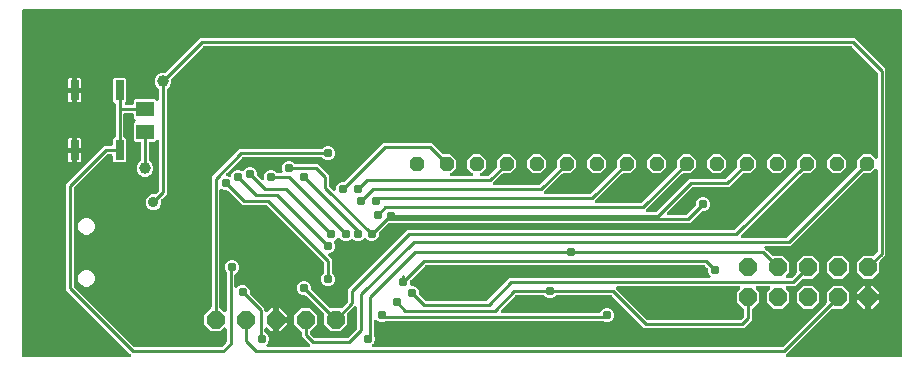
<source format=gbr>
G04 EAGLE Gerber RS-274X export*
G75*
%MOMM*%
%FSLAX34Y34*%
%LPD*%
%INBottom Copper*%
%IPPOS*%
%AMOC8*
5,1,8,0,0,1.08239X$1,22.5*%
G01*
%ADD10P,1.319650X8X202.500000*%
%ADD11P,1.649562X8X112.500000*%
%ADD12P,1.649562X8X22.500000*%
%ADD13R,0.762000X1.651000*%
%ADD14R,1.500000X1.300000*%
%ADD15C,0.787400*%
%ADD16C,0.254000*%
%ADD17C,0.914400*%
%ADD18C,1.006400*%

G36*
X170847Y10937D02*
X170847Y10937D01*
X170973Y10944D01*
X171019Y10957D01*
X171067Y10963D01*
X171186Y11005D01*
X171308Y11040D01*
X171350Y11064D01*
X171395Y11080D01*
X171502Y11149D01*
X171612Y11210D01*
X171658Y11250D01*
X171688Y11269D01*
X171722Y11304D01*
X171798Y11369D01*
X175321Y14892D01*
X175400Y14991D01*
X175484Y15085D01*
X175508Y15127D01*
X175538Y15165D01*
X175592Y15279D01*
X175653Y15390D01*
X175666Y15436D01*
X175687Y15480D01*
X175713Y15603D01*
X175748Y15725D01*
X175753Y15786D01*
X175760Y15821D01*
X175759Y15869D01*
X175767Y15969D01*
X175767Y26359D01*
X175756Y26459D01*
X175754Y26559D01*
X175736Y26631D01*
X175727Y26705D01*
X175694Y26799D01*
X175669Y26897D01*
X175635Y26963D01*
X175610Y27033D01*
X175555Y27118D01*
X175509Y27207D01*
X175461Y27263D01*
X175421Y27326D01*
X175349Y27396D01*
X175284Y27472D01*
X175224Y27516D01*
X175170Y27568D01*
X175084Y27620D01*
X175003Y27679D01*
X174935Y27709D01*
X174871Y27747D01*
X174775Y27778D01*
X174683Y27817D01*
X174610Y27831D01*
X174539Y27853D01*
X174439Y27861D01*
X174340Y27879D01*
X174266Y27875D01*
X174192Y27881D01*
X174092Y27866D01*
X173992Y27861D01*
X173921Y27841D01*
X173847Y27829D01*
X173754Y27792D01*
X173657Y27765D01*
X173592Y27728D01*
X173523Y27701D01*
X173441Y27644D01*
X173353Y27594D01*
X173277Y27529D01*
X173237Y27502D01*
X173213Y27475D01*
X173167Y27436D01*
X170368Y24637D01*
X162372Y24637D01*
X156717Y30292D01*
X156717Y38288D01*
X162621Y44192D01*
X162700Y44291D01*
X162784Y44385D01*
X162808Y44427D01*
X162838Y44465D01*
X162892Y44579D01*
X162953Y44690D01*
X162966Y44737D01*
X162987Y44780D01*
X163013Y44904D01*
X163048Y45025D01*
X163053Y45086D01*
X163060Y45121D01*
X163059Y45169D01*
X163067Y45269D01*
X163067Y155038D01*
X186592Y178563D01*
X255849Y178563D01*
X255975Y178577D01*
X256101Y178584D01*
X256148Y178597D01*
X256196Y178603D01*
X256314Y178645D01*
X256436Y178680D01*
X256478Y178704D01*
X256524Y178720D01*
X256630Y178789D01*
X256740Y178850D01*
X256786Y178890D01*
X256816Y178909D01*
X256850Y178944D01*
X256926Y179009D01*
X258238Y180321D01*
X260433Y181230D01*
X262807Y181230D01*
X265002Y180321D01*
X266681Y178642D01*
X267590Y176447D01*
X267590Y174073D01*
X266681Y171878D01*
X265002Y170199D01*
X262807Y169290D01*
X260433Y169290D01*
X258238Y170199D01*
X256926Y171511D01*
X256827Y171590D01*
X256734Y171674D01*
X256691Y171698D01*
X256653Y171728D01*
X256539Y171782D01*
X256428Y171843D01*
X256382Y171856D01*
X256338Y171877D01*
X256215Y171903D01*
X256093Y171938D01*
X256032Y171943D01*
X255998Y171950D01*
X255950Y171949D01*
X255849Y171957D01*
X189959Y171957D01*
X189833Y171943D01*
X189707Y171936D01*
X189661Y171923D01*
X189613Y171917D01*
X189494Y171875D01*
X189372Y171840D01*
X189330Y171816D01*
X189285Y171800D01*
X189178Y171731D01*
X189068Y171670D01*
X189022Y171630D01*
X188992Y171611D01*
X188958Y171576D01*
X188882Y171511D01*
X175763Y158393D01*
X175670Y158275D01*
X175573Y158160D01*
X175562Y158139D01*
X175547Y158120D01*
X175483Y157984D01*
X175414Y157850D01*
X175408Y157827D01*
X175398Y157805D01*
X175366Y157657D01*
X175330Y157512D01*
X175330Y157488D01*
X175325Y157464D01*
X175327Y157314D01*
X175325Y157163D01*
X175330Y157140D01*
X175331Y157115D01*
X175367Y156970D01*
X175399Y156823D01*
X175410Y156801D01*
X175416Y156777D01*
X175485Y156643D01*
X175549Y156508D01*
X175564Y156489D01*
X175575Y156468D01*
X175673Y156353D01*
X175766Y156236D01*
X175785Y156221D01*
X175801Y156202D01*
X175922Y156113D01*
X176040Y156020D01*
X176066Y156006D01*
X176081Y155995D01*
X176125Y155976D01*
X176258Y155908D01*
X177498Y155395D01*
X177523Y155387D01*
X177547Y155375D01*
X177690Y155340D01*
X177833Y155299D01*
X177859Y155298D01*
X177885Y155291D01*
X178033Y155289D01*
X178181Y155282D01*
X178207Y155287D01*
X178233Y155286D01*
X178378Y155318D01*
X178524Y155345D01*
X178548Y155355D01*
X178574Y155361D01*
X178707Y155424D01*
X178844Y155483D01*
X178865Y155499D01*
X178888Y155510D01*
X179004Y155603D01*
X179123Y155691D01*
X179140Y155711D01*
X179161Y155728D01*
X179253Y155844D01*
X179349Y155957D01*
X179361Y155981D01*
X179377Y156001D01*
X179488Y156219D01*
X180359Y158322D01*
X182038Y160001D01*
X184233Y160910D01*
X186607Y160910D01*
X188556Y160103D01*
X188581Y160095D01*
X188605Y160083D01*
X188749Y160048D01*
X188891Y160007D01*
X188917Y160006D01*
X188943Y159999D01*
X189091Y159997D01*
X189239Y159990D01*
X189265Y159995D01*
X189291Y159994D01*
X189436Y160026D01*
X189582Y160053D01*
X189606Y160063D01*
X189632Y160069D01*
X189765Y160132D01*
X189902Y160191D01*
X189923Y160207D01*
X189947Y160218D01*
X190062Y160311D01*
X190181Y160399D01*
X190198Y160419D01*
X190219Y160436D01*
X190311Y160552D01*
X190407Y160665D01*
X190419Y160689D01*
X190435Y160709D01*
X190506Y160849D01*
X192198Y162541D01*
X194393Y163450D01*
X196767Y163450D01*
X198962Y162541D01*
X200641Y160862D01*
X201550Y158667D01*
X201550Y156812D01*
X201564Y156686D01*
X201571Y156560D01*
X201584Y156514D01*
X201590Y156466D01*
X201632Y156347D01*
X201667Y156225D01*
X201691Y156183D01*
X201707Y156138D01*
X201776Y156031D01*
X201837Y155921D01*
X201877Y155875D01*
X201896Y155845D01*
X201931Y155811D01*
X201996Y155735D01*
X204790Y152941D01*
X204868Y152878D01*
X204941Y152809D01*
X205005Y152770D01*
X205063Y152724D01*
X205154Y152681D01*
X205240Y152630D01*
X205311Y152607D01*
X205378Y152575D01*
X205476Y152554D01*
X205572Y152524D01*
X205646Y152518D01*
X205719Y152502D01*
X205819Y152504D01*
X205919Y152496D01*
X205993Y152507D01*
X206067Y152508D01*
X206164Y152532D01*
X206264Y152547D01*
X206333Y152575D01*
X206405Y152593D01*
X206495Y152639D01*
X206588Y152676D01*
X206649Y152718D01*
X206715Y152753D01*
X206792Y152818D01*
X206874Y152875D01*
X206924Y152930D01*
X206980Y152978D01*
X207040Y153059D01*
X207107Y153134D01*
X207143Y153199D01*
X207188Y153259D01*
X207227Y153351D01*
X207276Y153439D01*
X207296Y153510D01*
X207326Y153579D01*
X207343Y153677D01*
X207371Y153774D01*
X207379Y153874D01*
X207387Y153922D01*
X207385Y153957D01*
X207390Y154018D01*
X207390Y156127D01*
X208299Y158322D01*
X209978Y160001D01*
X212173Y160910D01*
X214547Y160910D01*
X216742Y160001D01*
X218054Y158689D01*
X218153Y158610D01*
X218246Y158526D01*
X218289Y158502D01*
X218327Y158472D01*
X218441Y158418D01*
X218552Y158357D01*
X218598Y158344D01*
X218642Y158323D01*
X218765Y158297D01*
X218887Y158262D01*
X218948Y158257D01*
X218982Y158250D01*
X219030Y158251D01*
X219131Y158243D01*
X221647Y158243D01*
X221796Y158260D01*
X221946Y158272D01*
X221969Y158280D01*
X221993Y158283D01*
X222134Y158333D01*
X222278Y158379D01*
X222299Y158392D01*
X222321Y158400D01*
X222448Y158482D01*
X222576Y158559D01*
X222594Y158576D01*
X222614Y158589D01*
X222719Y158697D01*
X222826Y158802D01*
X222839Y158822D01*
X222856Y158840D01*
X222934Y158969D01*
X223015Y159095D01*
X223023Y159118D01*
X223035Y159139D01*
X223081Y159282D01*
X223131Y159424D01*
X223134Y159448D01*
X223141Y159471D01*
X223153Y159620D01*
X223170Y159770D01*
X223167Y159794D01*
X223169Y159818D01*
X223147Y159967D01*
X223129Y160116D01*
X223120Y160144D01*
X223118Y160163D01*
X223100Y160207D01*
X223054Y160349D01*
X222630Y161373D01*
X222630Y163747D01*
X223539Y165942D01*
X225218Y167621D01*
X227413Y168530D01*
X229787Y168530D01*
X231982Y167621D01*
X233294Y166309D01*
X233393Y166230D01*
X233486Y166146D01*
X233529Y166122D01*
X233567Y166092D01*
X233681Y166038D01*
X233791Y165977D01*
X233838Y165964D01*
X233882Y165943D01*
X234005Y165917D01*
X234127Y165882D01*
X234188Y165877D01*
X234222Y165870D01*
X234270Y165871D01*
X234371Y165863D01*
X252828Y165863D01*
X262383Y156308D01*
X262383Y148049D01*
X262397Y147923D01*
X262404Y147797D01*
X262417Y147751D01*
X262423Y147703D01*
X262465Y147584D01*
X262500Y147462D01*
X262524Y147420D01*
X262540Y147375D01*
X262609Y147268D01*
X262670Y147158D01*
X262710Y147112D01*
X262729Y147082D01*
X262764Y147048D01*
X262829Y146972D01*
X265750Y144051D01*
X265828Y143988D01*
X265901Y143919D01*
X265965Y143880D01*
X266023Y143834D01*
X266114Y143791D01*
X266200Y143740D01*
X266271Y143717D01*
X266338Y143685D01*
X266436Y143664D01*
X266532Y143634D01*
X266606Y143628D01*
X266679Y143612D01*
X266779Y143614D01*
X266879Y143606D01*
X266953Y143617D01*
X267027Y143618D01*
X267124Y143642D01*
X267224Y143657D01*
X267293Y143685D01*
X267365Y143703D01*
X267454Y143749D01*
X267548Y143786D01*
X267609Y143828D01*
X267675Y143863D01*
X267751Y143928D01*
X267834Y143985D01*
X267884Y144040D01*
X267940Y144088D01*
X268000Y144169D01*
X268067Y144244D01*
X268103Y144309D01*
X268148Y144369D01*
X268187Y144461D01*
X268236Y144549D01*
X268256Y144620D01*
X268286Y144689D01*
X268303Y144787D01*
X268331Y144884D01*
X268339Y144984D01*
X268347Y145032D01*
X268345Y145067D01*
X268350Y145128D01*
X268350Y145967D01*
X269259Y148162D01*
X270938Y149841D01*
X273133Y150750D01*
X274988Y150750D01*
X275114Y150764D01*
X275240Y150771D01*
X275286Y150784D01*
X275334Y150790D01*
X275453Y150832D01*
X275575Y150867D01*
X275617Y150891D01*
X275662Y150907D01*
X275769Y150976D01*
X275879Y151037D01*
X275925Y151077D01*
X275955Y151096D01*
X275989Y151131D01*
X276065Y151196D01*
X308512Y183643D01*
X349348Y183643D01*
X358046Y174945D01*
X358145Y174866D01*
X358239Y174782D01*
X358281Y174758D01*
X358319Y174728D01*
X358433Y174674D01*
X358544Y174613D01*
X358590Y174600D01*
X358634Y174579D01*
X358757Y174553D01*
X358879Y174518D01*
X358940Y174513D01*
X358975Y174506D01*
X359023Y174507D01*
X359123Y174499D01*
X365317Y174499D01*
X370079Y169737D01*
X370079Y163003D01*
X365379Y158303D01*
X365316Y158225D01*
X365247Y158152D01*
X365208Y158088D01*
X365162Y158030D01*
X365119Y157939D01*
X365068Y157853D01*
X365045Y157782D01*
X365013Y157715D01*
X364992Y157617D01*
X364962Y157521D01*
X364956Y157447D01*
X364940Y157374D01*
X364942Y157274D01*
X364934Y157174D01*
X364945Y157100D01*
X364946Y157026D01*
X364970Y156929D01*
X364985Y156829D01*
X365013Y156760D01*
X365031Y156688D01*
X365077Y156598D01*
X365114Y156505D01*
X365156Y156444D01*
X365191Y156378D01*
X365256Y156301D01*
X365313Y156219D01*
X365368Y156169D01*
X365416Y156113D01*
X365497Y156053D01*
X365572Y155986D01*
X365637Y155950D01*
X365697Y155905D01*
X365789Y155866D01*
X365877Y155817D01*
X365948Y155797D01*
X366017Y155767D01*
X366115Y155750D01*
X366212Y155722D01*
X366312Y155714D01*
X366360Y155706D01*
X366395Y155708D01*
X366456Y155703D01*
X382844Y155703D01*
X382944Y155714D01*
X383044Y155716D01*
X383116Y155734D01*
X383190Y155743D01*
X383285Y155776D01*
X383382Y155801D01*
X383448Y155835D01*
X383518Y155860D01*
X383603Y155915D01*
X383692Y155961D01*
X383749Y156009D01*
X383811Y156049D01*
X383881Y156121D01*
X383957Y156186D01*
X384002Y156246D01*
X384053Y156300D01*
X384105Y156386D01*
X384165Y156467D01*
X384194Y156535D01*
X384232Y156599D01*
X384263Y156695D01*
X384303Y156787D01*
X384316Y156860D01*
X384338Y156931D01*
X384347Y157031D01*
X384364Y157130D01*
X384360Y157204D01*
X384366Y157278D01*
X384352Y157378D01*
X384346Y157478D01*
X384326Y157549D01*
X384315Y157623D01*
X384278Y157716D01*
X384250Y157813D01*
X384213Y157878D01*
X384186Y157947D01*
X384129Y158029D01*
X384080Y158117D01*
X384015Y158193D01*
X383987Y158233D01*
X383961Y158257D01*
X383921Y158303D01*
X379221Y163003D01*
X379221Y169737D01*
X383983Y174499D01*
X390717Y174499D01*
X395479Y169737D01*
X395479Y163003D01*
X390779Y158303D01*
X390716Y158225D01*
X390647Y158152D01*
X390608Y158088D01*
X390562Y158030D01*
X390519Y157939D01*
X390468Y157853D01*
X390445Y157782D01*
X390413Y157715D01*
X390392Y157617D01*
X390362Y157521D01*
X390356Y157447D01*
X390340Y157374D01*
X390342Y157274D01*
X390334Y157174D01*
X390345Y157100D01*
X390346Y157026D01*
X390370Y156929D01*
X390385Y156829D01*
X390413Y156760D01*
X390431Y156688D01*
X390477Y156598D01*
X390514Y156505D01*
X390556Y156444D01*
X390591Y156378D01*
X390656Y156301D01*
X390713Y156219D01*
X390768Y156169D01*
X390816Y156113D01*
X390897Y156053D01*
X390972Y155986D01*
X391037Y155950D01*
X391097Y155905D01*
X391189Y155866D01*
X391277Y155817D01*
X391348Y155797D01*
X391417Y155767D01*
X391515Y155750D01*
X391612Y155722D01*
X391712Y155714D01*
X391760Y155706D01*
X391795Y155708D01*
X391856Y155703D01*
X396781Y155703D01*
X396907Y155717D01*
X397033Y155724D01*
X397079Y155737D01*
X397127Y155743D01*
X397246Y155785D01*
X397368Y155820D01*
X397410Y155844D01*
X397455Y155860D01*
X397562Y155929D01*
X397672Y155990D01*
X397718Y156030D01*
X397748Y156049D01*
X397782Y156084D01*
X397858Y156149D01*
X404175Y162466D01*
X404254Y162565D01*
X404338Y162659D01*
X404362Y162701D01*
X404392Y162739D01*
X404446Y162853D01*
X404507Y162964D01*
X404520Y163010D01*
X404541Y163054D01*
X404567Y163177D01*
X404602Y163299D01*
X404607Y163360D01*
X404614Y163395D01*
X404613Y163443D01*
X404621Y163543D01*
X404621Y169737D01*
X409383Y174499D01*
X416117Y174499D01*
X420879Y169737D01*
X420879Y163003D01*
X416117Y158241D01*
X409923Y158241D01*
X409797Y158227D01*
X409671Y158220D01*
X409625Y158207D01*
X409577Y158201D01*
X409458Y158159D01*
X409336Y158124D01*
X409294Y158100D01*
X409249Y158084D01*
X409142Y158015D01*
X409032Y157954D01*
X408986Y157914D01*
X408956Y157895D01*
X408922Y157860D01*
X408846Y157795D01*
X401734Y150683D01*
X401671Y150605D01*
X401602Y150532D01*
X401563Y150468D01*
X401517Y150410D01*
X401474Y150319D01*
X401423Y150233D01*
X401400Y150162D01*
X401368Y150095D01*
X401347Y149997D01*
X401317Y149901D01*
X401311Y149827D01*
X401295Y149754D01*
X401297Y149654D01*
X401289Y149554D01*
X401300Y149480D01*
X401301Y149406D01*
X401325Y149309D01*
X401340Y149209D01*
X401368Y149140D01*
X401386Y149068D01*
X401432Y148978D01*
X401469Y148885D01*
X401511Y148824D01*
X401546Y148758D01*
X401611Y148681D01*
X401668Y148599D01*
X401723Y148549D01*
X401771Y148493D01*
X401852Y148433D01*
X401927Y148366D01*
X401992Y148330D01*
X402052Y148285D01*
X402144Y148246D01*
X402232Y148197D01*
X402303Y148177D01*
X402372Y148147D01*
X402470Y148130D01*
X402567Y148102D01*
X402667Y148094D01*
X402715Y148086D01*
X402750Y148088D01*
X402811Y148083D01*
X439961Y148083D01*
X440087Y148097D01*
X440213Y148104D01*
X440259Y148117D01*
X440307Y148123D01*
X440426Y148165D01*
X440548Y148200D01*
X440590Y148224D01*
X440635Y148240D01*
X440742Y148309D01*
X440852Y148370D01*
X440898Y148410D01*
X440928Y148429D01*
X440962Y148464D01*
X441038Y148529D01*
X454975Y162466D01*
X455054Y162565D01*
X455138Y162659D01*
X455162Y162701D01*
X455192Y162739D01*
X455246Y162853D01*
X455307Y162964D01*
X455320Y163010D01*
X455341Y163054D01*
X455367Y163177D01*
X455402Y163299D01*
X455407Y163360D01*
X455414Y163395D01*
X455413Y163443D01*
X455421Y163543D01*
X455421Y169737D01*
X460183Y174499D01*
X466917Y174499D01*
X471679Y169737D01*
X471679Y163003D01*
X466917Y158241D01*
X460723Y158241D01*
X460597Y158227D01*
X460471Y158220D01*
X460425Y158207D01*
X460377Y158201D01*
X460258Y158159D01*
X460136Y158124D01*
X460094Y158100D01*
X460049Y158084D01*
X459942Y158015D01*
X459832Y157954D01*
X459786Y157914D01*
X459756Y157895D01*
X459722Y157860D01*
X459646Y157795D01*
X444914Y143063D01*
X444851Y142985D01*
X444782Y142912D01*
X444743Y142848D01*
X444697Y142790D01*
X444654Y142699D01*
X444603Y142613D01*
X444580Y142542D01*
X444548Y142475D01*
X444527Y142377D01*
X444497Y142281D01*
X444491Y142207D01*
X444475Y142134D01*
X444477Y142034D01*
X444469Y141934D01*
X444480Y141860D01*
X444481Y141786D01*
X444505Y141689D01*
X444520Y141589D01*
X444548Y141520D01*
X444566Y141448D01*
X444612Y141358D01*
X444649Y141265D01*
X444691Y141204D01*
X444726Y141138D01*
X444791Y141061D01*
X444848Y140979D01*
X444903Y140929D01*
X444951Y140873D01*
X445032Y140813D01*
X445107Y140746D01*
X445172Y140710D01*
X445232Y140665D01*
X445324Y140626D01*
X445412Y140577D01*
X445483Y140557D01*
X445552Y140527D01*
X445650Y140510D01*
X445747Y140482D01*
X445847Y140474D01*
X445895Y140466D01*
X445930Y140468D01*
X445991Y140463D01*
X483141Y140463D01*
X483267Y140477D01*
X483393Y140484D01*
X483439Y140497D01*
X483487Y140503D01*
X483606Y140545D01*
X483728Y140580D01*
X483770Y140604D01*
X483815Y140620D01*
X483922Y140689D01*
X484032Y140750D01*
X484078Y140790D01*
X484108Y140809D01*
X484142Y140844D01*
X484218Y140909D01*
X505775Y162466D01*
X505854Y162565D01*
X505938Y162659D01*
X505962Y162701D01*
X505992Y162739D01*
X506046Y162853D01*
X506107Y162964D01*
X506120Y163010D01*
X506141Y163054D01*
X506167Y163177D01*
X506202Y163299D01*
X506207Y163360D01*
X506214Y163395D01*
X506213Y163443D01*
X506221Y163543D01*
X506221Y169737D01*
X510983Y174499D01*
X517717Y174499D01*
X522479Y169737D01*
X522479Y163003D01*
X517717Y158241D01*
X511523Y158241D01*
X511397Y158227D01*
X511271Y158220D01*
X511225Y158207D01*
X511177Y158201D01*
X511058Y158159D01*
X510936Y158124D01*
X510894Y158100D01*
X510849Y158084D01*
X510742Y158015D01*
X510632Y157954D01*
X510586Y157914D01*
X510556Y157895D01*
X510522Y157860D01*
X510446Y157795D01*
X488889Y136238D01*
X488094Y135443D01*
X488031Y135364D01*
X487962Y135292D01*
X487923Y135228D01*
X487877Y135170D01*
X487834Y135079D01*
X487783Y134993D01*
X487760Y134922D01*
X487728Y134855D01*
X487707Y134757D01*
X487677Y134661D01*
X487671Y134587D01*
X487655Y134514D01*
X487657Y134414D01*
X487649Y134314D01*
X487660Y134240D01*
X487661Y134166D01*
X487685Y134069D01*
X487700Y133969D01*
X487728Y133900D01*
X487746Y133828D01*
X487792Y133739D01*
X487829Y133645D01*
X487871Y133584D01*
X487905Y133518D01*
X487971Y133441D01*
X488028Y133359D01*
X488083Y133309D01*
X488131Y133253D01*
X488212Y133193D01*
X488287Y133126D01*
X488352Y133090D01*
X488412Y133045D01*
X488504Y133006D01*
X488592Y132957D01*
X488663Y132937D01*
X488732Y132907D01*
X488830Y132890D01*
X488927Y132862D01*
X489027Y132854D01*
X489075Y132846D01*
X489110Y132848D01*
X489171Y132843D01*
X526321Y132843D01*
X526447Y132857D01*
X526573Y132864D01*
X526619Y132877D01*
X526667Y132883D01*
X526786Y132925D01*
X526908Y132960D01*
X526950Y132984D01*
X526995Y133000D01*
X527102Y133069D01*
X527212Y133130D01*
X527258Y133170D01*
X527288Y133189D01*
X527322Y133224D01*
X527398Y133289D01*
X556575Y162466D01*
X556654Y162565D01*
X556738Y162659D01*
X556762Y162701D01*
X556792Y162739D01*
X556846Y162853D01*
X556907Y162964D01*
X556920Y163010D01*
X556941Y163054D01*
X556967Y163177D01*
X557002Y163299D01*
X557007Y163360D01*
X557014Y163395D01*
X557013Y163443D01*
X557021Y163543D01*
X557021Y169737D01*
X561783Y174499D01*
X568517Y174499D01*
X573279Y169737D01*
X573279Y163003D01*
X568517Y158241D01*
X562323Y158241D01*
X562197Y158227D01*
X562071Y158220D01*
X562025Y158207D01*
X561977Y158201D01*
X561858Y158159D01*
X561736Y158124D01*
X561694Y158100D01*
X561649Y158084D01*
X561542Y158015D01*
X561432Y157954D01*
X561386Y157914D01*
X561356Y157895D01*
X561322Y157860D01*
X561246Y157795D01*
X531274Y127823D01*
X531211Y127745D01*
X531142Y127672D01*
X531103Y127608D01*
X531057Y127550D01*
X531014Y127459D01*
X530963Y127373D01*
X530940Y127302D01*
X530908Y127235D01*
X530887Y127137D01*
X530857Y127041D01*
X530851Y126967D01*
X530835Y126894D01*
X530837Y126794D01*
X530829Y126694D01*
X530840Y126620D01*
X530841Y126546D01*
X530865Y126449D01*
X530880Y126349D01*
X530908Y126280D01*
X530926Y126208D01*
X530972Y126118D01*
X531009Y126025D01*
X531051Y125964D01*
X531086Y125898D01*
X531151Y125821D01*
X531208Y125739D01*
X531263Y125689D01*
X531311Y125633D01*
X531392Y125573D01*
X531467Y125506D01*
X531532Y125470D01*
X531592Y125425D01*
X531684Y125386D01*
X531772Y125337D01*
X531843Y125317D01*
X531912Y125287D01*
X532010Y125270D01*
X532107Y125242D01*
X532207Y125234D01*
X532255Y125226D01*
X532290Y125228D01*
X532351Y125223D01*
X539021Y125223D01*
X539147Y125237D01*
X539273Y125244D01*
X539319Y125257D01*
X539367Y125263D01*
X539486Y125305D01*
X539608Y125340D01*
X539650Y125364D01*
X539695Y125380D01*
X539802Y125449D01*
X539912Y125510D01*
X539958Y125550D01*
X539988Y125569D01*
X540022Y125604D01*
X540098Y125669D01*
X567592Y153163D01*
X597441Y153163D01*
X597567Y153177D01*
X597693Y153184D01*
X597739Y153197D01*
X597787Y153203D01*
X597906Y153245D01*
X598028Y153280D01*
X598070Y153304D01*
X598115Y153320D01*
X598222Y153389D01*
X598332Y153450D01*
X598378Y153490D01*
X598408Y153509D01*
X598442Y153544D01*
X598518Y153609D01*
X607375Y162466D01*
X607454Y162565D01*
X607538Y162659D01*
X607562Y162701D01*
X607592Y162739D01*
X607646Y162853D01*
X607707Y162964D01*
X607720Y163010D01*
X607741Y163054D01*
X607767Y163177D01*
X607802Y163299D01*
X607807Y163360D01*
X607814Y163395D01*
X607813Y163443D01*
X607821Y163543D01*
X607821Y169737D01*
X612583Y174499D01*
X619317Y174499D01*
X624079Y169737D01*
X624079Y163003D01*
X619317Y158241D01*
X613123Y158241D01*
X612997Y158227D01*
X612871Y158220D01*
X612825Y158207D01*
X612777Y158201D01*
X612658Y158159D01*
X612536Y158124D01*
X612494Y158100D01*
X612449Y158084D01*
X612342Y158015D01*
X612232Y157954D01*
X612186Y157914D01*
X612156Y157895D01*
X612122Y157860D01*
X612046Y157795D01*
X600808Y146557D01*
X570959Y146557D01*
X570833Y146543D01*
X570707Y146536D01*
X570661Y146523D01*
X570613Y146517D01*
X570494Y146475D01*
X570372Y146440D01*
X570330Y146416D01*
X570285Y146400D01*
X570178Y146331D01*
X570068Y146270D01*
X570022Y146230D01*
X569992Y146211D01*
X569958Y146176D01*
X569882Y146111D01*
X549054Y125283D01*
X548991Y125205D01*
X548922Y125132D01*
X548883Y125068D01*
X548837Y125010D01*
X548794Y124919D01*
X548743Y124833D01*
X548720Y124762D01*
X548688Y124695D01*
X548667Y124597D01*
X548637Y124501D01*
X548631Y124427D01*
X548615Y124354D01*
X548617Y124254D01*
X548609Y124154D01*
X548620Y124080D01*
X548621Y124006D01*
X548645Y123909D01*
X548660Y123809D01*
X548688Y123740D01*
X548706Y123668D01*
X548752Y123578D01*
X548789Y123485D01*
X548831Y123424D01*
X548866Y123358D01*
X548931Y123281D01*
X548988Y123199D01*
X549043Y123149D01*
X549091Y123093D01*
X549172Y123033D01*
X549247Y122966D01*
X549312Y122930D01*
X549372Y122885D01*
X549464Y122846D01*
X549552Y122797D01*
X549623Y122777D01*
X549692Y122747D01*
X549790Y122730D01*
X549887Y122702D01*
X549987Y122694D01*
X550035Y122686D01*
X550070Y122688D01*
X550131Y122683D01*
X564421Y122683D01*
X564547Y122697D01*
X564673Y122704D01*
X564719Y122717D01*
X564767Y122723D01*
X564886Y122765D01*
X565008Y122800D01*
X565050Y122824D01*
X565095Y122840D01*
X565202Y122909D01*
X565312Y122970D01*
X565358Y123010D01*
X565388Y123029D01*
X565422Y123064D01*
X565498Y123129D01*
X572704Y130335D01*
X572783Y130434D01*
X572867Y130528D01*
X572891Y130570D01*
X572921Y130608D01*
X572975Y130722D01*
X573036Y130833D01*
X573049Y130879D01*
X573070Y130923D01*
X573096Y131046D01*
X573131Y131168D01*
X573136Y131229D01*
X573143Y131264D01*
X573142Y131312D01*
X573150Y131412D01*
X573150Y133267D01*
X574059Y135462D01*
X575738Y137141D01*
X577933Y138050D01*
X580307Y138050D01*
X582502Y137141D01*
X584181Y135462D01*
X585090Y133267D01*
X585090Y130893D01*
X584181Y128698D01*
X582502Y127019D01*
X580307Y126110D01*
X578452Y126110D01*
X578326Y126096D01*
X578200Y126089D01*
X578154Y126076D01*
X578106Y126070D01*
X577987Y126028D01*
X577865Y125993D01*
X577823Y125969D01*
X577778Y125953D01*
X577671Y125884D01*
X577561Y125823D01*
X577515Y125783D01*
X577485Y125764D01*
X577451Y125729D01*
X577375Y125664D01*
X567788Y116077D01*
X316757Y116077D01*
X316755Y116077D01*
X316753Y116077D01*
X316579Y116057D01*
X316411Y116037D01*
X316409Y116037D01*
X316407Y116036D01*
X316174Y115961D01*
X316147Y115950D01*
X313773Y115950D01*
X313746Y115961D01*
X313744Y115962D01*
X313742Y115963D01*
X313630Y115995D01*
X313588Y116013D01*
X313529Y116023D01*
X313411Y116057D01*
X313409Y116057D01*
X313407Y116058D01*
X313281Y116068D01*
X313245Y116074D01*
X313218Y116073D01*
X313163Y116077D01*
X313149Y116077D01*
X313103Y116072D01*
X313063Y116074D01*
X312993Y116061D01*
X312897Y116056D01*
X312851Y116043D01*
X312803Y116037D01*
X312741Y116015D01*
X312720Y116011D01*
X312677Y115993D01*
X312562Y115960D01*
X312520Y115936D01*
X312475Y115920D01*
X312404Y115874D01*
X312400Y115872D01*
X312393Y115867D01*
X312368Y115851D01*
X312258Y115790D01*
X312212Y115750D01*
X312182Y115731D01*
X312148Y115696D01*
X312072Y115631D01*
X304866Y108425D01*
X304787Y108326D01*
X304703Y108232D01*
X304679Y108190D01*
X304649Y108152D01*
X304595Y108038D01*
X304534Y107927D01*
X304521Y107881D01*
X304500Y107837D01*
X304474Y107714D01*
X304439Y107592D01*
X304434Y107531D01*
X304427Y107496D01*
X304428Y107448D01*
X304420Y107348D01*
X304420Y105493D01*
X303511Y103298D01*
X301832Y101619D01*
X299637Y100710D01*
X297263Y100710D01*
X295068Y101619D01*
X293812Y102875D01*
X293792Y102892D01*
X293775Y102912D01*
X293655Y103000D01*
X293539Y103092D01*
X293515Y103103D01*
X293494Y103119D01*
X293358Y103178D01*
X293224Y103241D01*
X293198Y103246D01*
X293174Y103257D01*
X293028Y103283D01*
X292883Y103314D01*
X292857Y103314D01*
X292831Y103319D01*
X292683Y103311D01*
X292535Y103308D01*
X292509Y103302D01*
X292483Y103301D01*
X292341Y103260D01*
X292197Y103223D01*
X292174Y103211D01*
X292148Y103204D01*
X292019Y103132D01*
X291887Y103064D01*
X291867Y103047D01*
X291844Y103034D01*
X291658Y102875D01*
X290402Y101619D01*
X288207Y100710D01*
X285833Y100710D01*
X283638Y101619D01*
X283017Y102240D01*
X282997Y102257D01*
X282980Y102277D01*
X282860Y102365D01*
X282744Y102457D01*
X282720Y102468D01*
X282699Y102484D01*
X282563Y102543D01*
X282429Y102606D01*
X282403Y102611D01*
X282379Y102622D01*
X282233Y102648D01*
X282088Y102679D01*
X282062Y102679D01*
X282036Y102684D01*
X281888Y102676D01*
X281740Y102673D01*
X281714Y102667D01*
X281688Y102666D01*
X281546Y102625D01*
X281402Y102588D01*
X281378Y102576D01*
X281353Y102569D01*
X281224Y102497D01*
X281092Y102429D01*
X281072Y102412D01*
X281049Y102399D01*
X280863Y102240D01*
X280242Y101619D01*
X278047Y100710D01*
X275673Y100710D01*
X273478Y101619D01*
X271587Y103510D01*
X271567Y103527D01*
X271550Y103547D01*
X271430Y103635D01*
X271314Y103727D01*
X271290Y103738D01*
X271269Y103754D01*
X271133Y103813D01*
X270999Y103876D01*
X270973Y103881D01*
X270949Y103892D01*
X270803Y103918D01*
X270658Y103949D01*
X270632Y103949D01*
X270606Y103954D01*
X270458Y103946D01*
X270310Y103943D01*
X270284Y103937D01*
X270258Y103936D01*
X270116Y103895D01*
X269972Y103858D01*
X269949Y103846D01*
X269923Y103839D01*
X269794Y103767D01*
X269662Y103699D01*
X269642Y103682D01*
X269619Y103669D01*
X269433Y103510D01*
X267531Y101609D01*
X267432Y101549D01*
X267303Y101477D01*
X267283Y101459D01*
X267260Y101446D01*
X267154Y101342D01*
X267044Y101243D01*
X267029Y101221D01*
X267010Y101203D01*
X266930Y101078D01*
X266846Y100956D01*
X266836Y100932D01*
X266822Y100910D01*
X266773Y100770D01*
X266718Y100632D01*
X266714Y100606D01*
X266706Y100581D01*
X266689Y100434D01*
X266667Y100287D01*
X266670Y100261D01*
X266667Y100235D01*
X266684Y100088D01*
X266696Y99940D01*
X266704Y99915D01*
X266707Y99889D01*
X266783Y99656D01*
X267590Y97707D01*
X267590Y95333D01*
X266681Y93138D01*
X265002Y91459D01*
X262618Y90472D01*
X262486Y90399D01*
X262353Y90330D01*
X262334Y90314D01*
X262313Y90302D01*
X262202Y90201D01*
X262087Y90104D01*
X262073Y90084D01*
X262055Y90068D01*
X261969Y89945D01*
X261880Y89824D01*
X261870Y89801D01*
X261857Y89782D01*
X261802Y89642D01*
X261742Y89504D01*
X261738Y89480D01*
X261729Y89457D01*
X261707Y89309D01*
X261680Y89161D01*
X261682Y89136D01*
X261678Y89113D01*
X261691Y88962D01*
X261698Y88813D01*
X261705Y88789D01*
X261707Y88765D01*
X261753Y88622D01*
X261795Y88478D01*
X261807Y88457D01*
X261814Y88434D01*
X261892Y88305D01*
X261965Y88174D01*
X261984Y88151D01*
X261994Y88135D01*
X262027Y88101D01*
X262123Y87987D01*
X264923Y85188D01*
X264923Y74351D01*
X264937Y74225D01*
X264944Y74099D01*
X264957Y74052D01*
X264963Y74004D01*
X265005Y73886D01*
X265040Y73764D01*
X265064Y73722D01*
X265080Y73676D01*
X265149Y73570D01*
X265210Y73460D01*
X265250Y73414D01*
X265269Y73384D01*
X265304Y73350D01*
X265369Y73274D01*
X266681Y71962D01*
X267590Y69767D01*
X267590Y67393D01*
X266681Y65198D01*
X265002Y63519D01*
X262807Y62610D01*
X260433Y62610D01*
X258238Y63519D01*
X256559Y65198D01*
X255650Y67393D01*
X255650Y69767D01*
X256559Y71962D01*
X257871Y73274D01*
X257950Y73373D01*
X258034Y73466D01*
X258058Y73509D01*
X258088Y73547D01*
X258142Y73661D01*
X258203Y73772D01*
X258216Y73818D01*
X258237Y73862D01*
X258263Y73985D01*
X258298Y74107D01*
X258303Y74168D01*
X258310Y74202D01*
X258309Y74250D01*
X258317Y74351D01*
X258317Y81821D01*
X258303Y81947D01*
X258296Y82073D01*
X258283Y82119D01*
X258277Y82167D01*
X258235Y82286D01*
X258200Y82408D01*
X258176Y82450D01*
X258160Y82495D01*
X258091Y82602D01*
X258030Y82712D01*
X257990Y82758D01*
X257971Y82788D01*
X257936Y82822D01*
X257871Y82898D01*
X209898Y130871D01*
X209799Y130950D01*
X209705Y131034D01*
X209663Y131058D01*
X209625Y131088D01*
X209511Y131142D01*
X209400Y131203D01*
X209354Y131216D01*
X209310Y131237D01*
X209187Y131263D01*
X209065Y131298D01*
X209004Y131303D01*
X208969Y131310D01*
X208921Y131309D01*
X208821Y131317D01*
X189132Y131317D01*
X186751Y133698D01*
X177005Y143444D01*
X176906Y143523D01*
X176812Y143607D01*
X176770Y143631D01*
X176732Y143661D01*
X176618Y143715D01*
X176507Y143776D01*
X176461Y143789D01*
X176417Y143810D01*
X176294Y143836D01*
X176172Y143871D01*
X176111Y143876D01*
X176076Y143883D01*
X176028Y143882D01*
X175928Y143890D01*
X174073Y143890D01*
X171779Y144840D01*
X171634Y144882D01*
X171491Y144927D01*
X171467Y144929D01*
X171444Y144936D01*
X171293Y144943D01*
X171144Y144955D01*
X171120Y144952D01*
X171096Y144953D01*
X170948Y144926D01*
X170799Y144904D01*
X170777Y144895D01*
X170753Y144890D01*
X170615Y144831D01*
X170475Y144775D01*
X170455Y144761D01*
X170433Y144752D01*
X170312Y144662D01*
X170189Y144576D01*
X170173Y144558D01*
X170153Y144544D01*
X170056Y144429D01*
X169956Y144317D01*
X169944Y144296D01*
X169928Y144278D01*
X169860Y144144D01*
X169787Y144012D01*
X169781Y143989D01*
X169770Y143967D01*
X169733Y143822D01*
X169692Y143677D01*
X169690Y143648D01*
X169685Y143629D01*
X169685Y143582D01*
X169673Y143433D01*
X169673Y45269D01*
X169687Y45144D01*
X169694Y45017D01*
X169707Y44971D01*
X169713Y44923D01*
X169755Y44804D01*
X169790Y44683D01*
X169814Y44640D01*
X169830Y44595D01*
X169899Y44489D01*
X169960Y44378D01*
X170000Y44332D01*
X170019Y44302D01*
X170054Y44269D01*
X170119Y44192D01*
X173167Y41144D01*
X173245Y41082D01*
X173318Y41012D01*
X173382Y40974D01*
X173440Y40927D01*
X173531Y40885D01*
X173617Y40833D01*
X173688Y40810D01*
X173755Y40779D01*
X173853Y40757D01*
X173949Y40727D01*
X174023Y40721D01*
X174096Y40705D01*
X174196Y40707D01*
X174296Y40699D01*
X174370Y40710D01*
X174444Y40711D01*
X174541Y40736D01*
X174641Y40751D01*
X174710Y40778D01*
X174782Y40796D01*
X174871Y40842D01*
X174965Y40879D01*
X175026Y40922D01*
X175092Y40956D01*
X175168Y41021D01*
X175251Y41078D01*
X175301Y41133D01*
X175357Y41182D01*
X175417Y41262D01*
X175484Y41337D01*
X175520Y41402D01*
X175565Y41462D01*
X175604Y41554D01*
X175653Y41642D01*
X175673Y41714D01*
X175703Y41782D01*
X175720Y41881D01*
X175748Y41977D01*
X175756Y42077D01*
X175764Y42125D01*
X175762Y42161D01*
X175767Y42221D01*
X175767Y74239D01*
X175753Y74365D01*
X175746Y74491D01*
X175733Y74538D01*
X175727Y74586D01*
X175685Y74704D01*
X175650Y74826D01*
X175626Y74868D01*
X175610Y74914D01*
X175541Y75020D01*
X175480Y75130D01*
X175440Y75176D01*
X175421Y75206D01*
X175386Y75240D01*
X175321Y75316D01*
X175279Y75358D01*
X174370Y77553D01*
X174370Y79927D01*
X175279Y82122D01*
X176958Y83801D01*
X179153Y84710D01*
X181527Y84710D01*
X183722Y83801D01*
X185401Y82122D01*
X186310Y79927D01*
X186310Y77553D01*
X185401Y75358D01*
X183722Y73679D01*
X183313Y73510D01*
X183246Y73473D01*
X183175Y73445D01*
X183095Y73388D01*
X183008Y73341D01*
X182952Y73289D01*
X182889Y73246D01*
X182823Y73173D01*
X182750Y73106D01*
X182707Y73044D01*
X182656Y72987D01*
X182608Y72901D01*
X182552Y72820D01*
X182524Y72749D01*
X182487Y72682D01*
X182460Y72587D01*
X182424Y72496D01*
X182413Y72420D01*
X182392Y72346D01*
X182380Y72198D01*
X182373Y72151D01*
X182375Y72132D01*
X182373Y72103D01*
X182373Y62921D01*
X182384Y62821D01*
X182386Y62720D01*
X182404Y62648D01*
X182413Y62574D01*
X182447Y62480D01*
X182471Y62382D01*
X182505Y62316D01*
X182530Y62246D01*
X182585Y62162D01*
X182631Y62073D01*
X182679Y62016D01*
X182719Y61954D01*
X182791Y61884D01*
X182856Y61807D01*
X182916Y61763D01*
X182970Y61711D01*
X183056Y61660D01*
X183137Y61600D01*
X183205Y61571D01*
X183269Y61532D01*
X183365Y61502D01*
X183457Y61462D01*
X183530Y61449D01*
X183601Y61426D01*
X183701Y61418D01*
X183800Y61400D01*
X183874Y61404D01*
X183948Y61398D01*
X184048Y61413D01*
X184148Y61418D01*
X184219Y61439D01*
X184293Y61450D01*
X184386Y61487D01*
X184483Y61515D01*
X184548Y61551D01*
X184617Y61579D01*
X184699Y61636D01*
X184787Y61685D01*
X184863Y61750D01*
X184903Y61778D01*
X184927Y61804D01*
X184973Y61844D01*
X185848Y62719D01*
X188043Y63628D01*
X190417Y63628D01*
X192612Y62719D01*
X194291Y61040D01*
X195200Y58845D01*
X195200Y56990D01*
X195214Y56864D01*
X195221Y56738D01*
X195234Y56692D01*
X195240Y56644D01*
X195282Y56525D01*
X195317Y56403D01*
X195341Y56361D01*
X195357Y56316D01*
X195426Y56209D01*
X195487Y56099D01*
X195527Y56053D01*
X195546Y56023D01*
X195581Y55989D01*
X195646Y55913D01*
X207773Y43786D01*
X207773Y42221D01*
X207784Y42121D01*
X207786Y42021D01*
X207804Y41949D01*
X207813Y41875D01*
X207846Y41781D01*
X207871Y41683D01*
X207905Y41617D01*
X207930Y41547D01*
X207985Y41462D01*
X208031Y41373D01*
X208079Y41317D01*
X208119Y41254D01*
X208191Y41184D01*
X208256Y41108D01*
X208316Y41064D01*
X208370Y41012D01*
X208456Y40960D01*
X208537Y40901D01*
X208605Y40871D01*
X208669Y40833D01*
X208765Y40802D01*
X208857Y40763D01*
X208930Y40749D01*
X209001Y40727D01*
X209101Y40719D01*
X209200Y40701D01*
X209274Y40705D01*
X209348Y40699D01*
X209448Y40714D01*
X209548Y40719D01*
X209619Y40739D01*
X209693Y40751D01*
X209786Y40788D01*
X209883Y40815D01*
X209948Y40852D01*
X210017Y40879D01*
X210099Y40936D01*
X210187Y40986D01*
X210263Y41051D01*
X210303Y41078D01*
X210327Y41105D01*
X210373Y41144D01*
X213172Y43943D01*
X214631Y43943D01*
X214631Y35306D01*
X214634Y35280D01*
X214632Y35254D01*
X214654Y35107D01*
X214671Y34960D01*
X214679Y34935D01*
X214683Y34909D01*
X214738Y34772D01*
X214788Y34632D01*
X214802Y34610D01*
X214812Y34585D01*
X214897Y34464D01*
X214977Y34339D01*
X214996Y34321D01*
X215011Y34299D01*
X215027Y34285D01*
X214945Y34200D01*
X214931Y34177D01*
X214914Y34158D01*
X214842Y34028D01*
X214766Y33901D01*
X214758Y33876D01*
X214745Y33853D01*
X214705Y33710D01*
X214660Y33569D01*
X214657Y33543D01*
X214650Y33518D01*
X214631Y33274D01*
X214631Y24637D01*
X213172Y24637D01*
X210373Y27436D01*
X210295Y27498D01*
X210222Y27568D01*
X210158Y27606D01*
X210100Y27653D01*
X210009Y27695D01*
X209923Y27747D01*
X209852Y27770D01*
X209785Y27801D01*
X209687Y27823D01*
X209591Y27853D01*
X209517Y27859D01*
X209444Y27875D01*
X209344Y27873D01*
X209244Y27881D01*
X209170Y27870D01*
X209096Y27869D01*
X208999Y27844D01*
X208899Y27829D01*
X208830Y27802D01*
X208758Y27784D01*
X208669Y27738D01*
X208575Y27701D01*
X208514Y27658D01*
X208448Y27624D01*
X208372Y27559D01*
X208289Y27502D01*
X208239Y27447D01*
X208183Y27398D01*
X208123Y27318D01*
X208056Y27243D01*
X208020Y27178D01*
X207975Y27118D01*
X207936Y27026D01*
X207887Y26938D01*
X207867Y26866D01*
X207837Y26798D01*
X207820Y26699D01*
X207792Y26603D01*
X207784Y26503D01*
X207776Y26455D01*
X207778Y26419D01*
X207773Y26359D01*
X207773Y24777D01*
X207781Y24701D01*
X207780Y24624D01*
X207801Y24528D01*
X207813Y24430D01*
X207838Y24358D01*
X207855Y24284D01*
X207897Y24195D01*
X207930Y24102D01*
X207972Y24038D01*
X208004Y23969D01*
X208066Y23892D01*
X208119Y23809D01*
X208174Y23756D01*
X208222Y23697D01*
X208299Y23636D01*
X208370Y23567D01*
X208435Y23528D01*
X208495Y23481D01*
X208628Y23413D01*
X208669Y23388D01*
X208687Y23383D01*
X208713Y23369D01*
X209376Y23095D01*
X211055Y21416D01*
X211964Y19221D01*
X211964Y16847D01*
X211055Y14652D01*
X209926Y13523D01*
X209863Y13444D01*
X209793Y13372D01*
X209755Y13308D01*
X209709Y13250D01*
X209666Y13159D01*
X209614Y13073D01*
X209592Y13002D01*
X209560Y12935D01*
X209539Y12837D01*
X209508Y12741D01*
X209502Y12667D01*
X209487Y12594D01*
X209488Y12494D01*
X209480Y12394D01*
X209491Y12320D01*
X209493Y12246D01*
X209517Y12149D01*
X209532Y12049D01*
X209559Y11980D01*
X209578Y11908D01*
X209624Y11819D01*
X209661Y11725D01*
X209703Y11664D01*
X209737Y11598D01*
X209802Y11522D01*
X209860Y11439D01*
X209915Y11389D01*
X209963Y11333D01*
X210044Y11273D01*
X210118Y11206D01*
X210184Y11170D01*
X210243Y11125D01*
X210335Y11086D01*
X210423Y11037D01*
X210495Y11017D01*
X210563Y10987D01*
X210662Y10970D01*
X210759Y10942D01*
X210859Y10934D01*
X210906Y10926D01*
X210942Y10928D01*
X211003Y10923D01*
X244889Y10923D01*
X244989Y10934D01*
X245089Y10936D01*
X245161Y10954D01*
X245235Y10963D01*
X245330Y10996D01*
X245427Y11021D01*
X245493Y11055D01*
X245563Y11080D01*
X245648Y11135D01*
X245737Y11181D01*
X245794Y11229D01*
X245856Y11269D01*
X245926Y11341D01*
X246002Y11406D01*
X246047Y11466D01*
X246098Y11520D01*
X246150Y11606D01*
X246210Y11687D01*
X246239Y11755D01*
X246277Y11819D01*
X246308Y11915D01*
X246348Y12007D01*
X246361Y12080D01*
X246383Y12151D01*
X246392Y12251D01*
X246409Y12350D01*
X246405Y12424D01*
X246411Y12498D01*
X246397Y12598D01*
X246391Y12698D01*
X246371Y12769D01*
X246360Y12843D01*
X246323Y12936D01*
X246295Y13033D01*
X246258Y13098D01*
X246231Y13167D01*
X246174Y13249D01*
X246125Y13337D01*
X246060Y13413D01*
X246032Y13453D01*
X246006Y13477D01*
X245966Y13523D01*
X241648Y17841D01*
X239267Y20222D01*
X239267Y23311D01*
X239253Y23436D01*
X239246Y23563D01*
X239233Y23609D01*
X239227Y23657D01*
X239185Y23776D01*
X239150Y23897D01*
X239126Y23940D01*
X239110Y23985D01*
X239041Y24091D01*
X238980Y24202D01*
X238940Y24248D01*
X238921Y24278D01*
X238886Y24311D01*
X238821Y24388D01*
X232917Y30292D01*
X232917Y38288D01*
X238572Y43943D01*
X246568Y43943D01*
X252223Y38288D01*
X252223Y30292D01*
X246458Y24527D01*
X246442Y24506D01*
X246422Y24489D01*
X246333Y24370D01*
X246241Y24254D01*
X246230Y24230D01*
X246215Y24209D01*
X246156Y24073D01*
X246092Y23939D01*
X246087Y23913D01*
X246077Y23889D01*
X246050Y23743D01*
X246019Y23598D01*
X246020Y23572D01*
X246015Y23546D01*
X246023Y23398D01*
X246025Y23250D01*
X246031Y23224D01*
X246033Y23198D01*
X246074Y23056D01*
X246110Y22912D01*
X246122Y22888D01*
X246129Y22863D01*
X246202Y22734D01*
X246270Y22602D01*
X246287Y22582D01*
X246299Y22559D01*
X246458Y22373D01*
X249842Y18989D01*
X249941Y18910D01*
X250035Y18826D01*
X250077Y18802D01*
X250115Y18772D01*
X250229Y18718D01*
X250340Y18657D01*
X250386Y18644D01*
X250430Y18623D01*
X250553Y18597D01*
X250675Y18562D01*
X250736Y18557D01*
X250771Y18550D01*
X250819Y18551D01*
X250919Y18543D01*
X277401Y18543D01*
X277527Y18557D01*
X277653Y18564D01*
X277699Y18577D01*
X277747Y18583D01*
X277866Y18625D01*
X277988Y18660D01*
X278030Y18684D01*
X278075Y18700D01*
X278182Y18769D01*
X278292Y18830D01*
X278338Y18870D01*
X278368Y18889D01*
X278402Y18924D01*
X278478Y18989D01*
X285811Y26322D01*
X285890Y26421D01*
X285974Y26515D01*
X285998Y26557D01*
X286028Y26595D01*
X286082Y26709D01*
X286143Y26820D01*
X286156Y26866D01*
X286177Y26910D01*
X286203Y27033D01*
X286238Y27155D01*
X286243Y27216D01*
X286250Y27251D01*
X286249Y27299D01*
X286257Y27399D01*
X286257Y44229D01*
X286246Y44329D01*
X286244Y44429D01*
X286226Y44501D01*
X286217Y44575D01*
X286184Y44670D01*
X286159Y44767D01*
X286125Y44833D01*
X286100Y44903D01*
X286045Y44988D01*
X285999Y45077D01*
X285951Y45134D01*
X285911Y45196D01*
X285839Y45266D01*
X285774Y45342D01*
X285714Y45387D01*
X285660Y45438D01*
X285574Y45490D01*
X285493Y45550D01*
X285425Y45579D01*
X285361Y45617D01*
X285265Y45648D01*
X285173Y45688D01*
X285100Y45701D01*
X285029Y45723D01*
X284929Y45732D01*
X284830Y45749D01*
X284756Y45745D01*
X284682Y45751D01*
X284582Y45737D01*
X284482Y45731D01*
X284411Y45711D01*
X284337Y45700D01*
X284244Y45663D01*
X284147Y45635D01*
X284082Y45598D01*
X284013Y45571D01*
X283931Y45514D01*
X283843Y45465D01*
X283767Y45400D01*
X283727Y45372D01*
X283703Y45346D01*
X283657Y45306D01*
X278069Y39718D01*
X277990Y39619D01*
X277906Y39525D01*
X277882Y39483D01*
X277852Y39445D01*
X277798Y39331D01*
X277737Y39220D01*
X277724Y39174D01*
X277703Y39130D01*
X277677Y39007D01*
X277642Y38885D01*
X277637Y38824D01*
X277630Y38789D01*
X277631Y38741D01*
X277623Y38641D01*
X277623Y30292D01*
X271968Y24637D01*
X263972Y24637D01*
X258317Y30292D01*
X258317Y38641D01*
X258303Y38767D01*
X258296Y38893D01*
X258283Y38939D01*
X258277Y38987D01*
X258235Y39106D01*
X258200Y39228D01*
X258176Y39270D01*
X258160Y39315D01*
X258091Y39422D01*
X258030Y39532D01*
X257990Y39578D01*
X257971Y39608D01*
X257936Y39642D01*
X257871Y39718D01*
X243045Y54544D01*
X242946Y54623D01*
X242852Y54707D01*
X242810Y54731D01*
X242772Y54761D01*
X242658Y54815D01*
X242547Y54876D01*
X242501Y54889D01*
X242457Y54910D01*
X242334Y54936D01*
X242212Y54971D01*
X242151Y54976D01*
X242116Y54983D01*
X242068Y54982D01*
X241968Y54990D01*
X240113Y54990D01*
X237918Y55899D01*
X236239Y57578D01*
X235330Y59773D01*
X235330Y62147D01*
X236239Y64342D01*
X237918Y66021D01*
X240113Y66930D01*
X242487Y66930D01*
X244682Y66021D01*
X246361Y64342D01*
X247270Y62147D01*
X247270Y60292D01*
X247284Y60166D01*
X247291Y60040D01*
X247304Y59994D01*
X247310Y59946D01*
X247352Y59827D01*
X247387Y59705D01*
X247411Y59663D01*
X247427Y59618D01*
X247496Y59511D01*
X247557Y59401D01*
X247597Y59355D01*
X247616Y59325D01*
X247651Y59291D01*
X247716Y59215D01*
X262542Y44389D01*
X262641Y44310D01*
X262735Y44226D01*
X262777Y44202D01*
X262815Y44172D01*
X262929Y44118D01*
X263040Y44057D01*
X263086Y44044D01*
X263130Y44023D01*
X263253Y43997D01*
X263375Y43962D01*
X263436Y43957D01*
X263471Y43950D01*
X263519Y43951D01*
X263619Y43943D01*
X272321Y43943D01*
X272447Y43957D01*
X272573Y43964D01*
X272619Y43977D01*
X272667Y43983D01*
X272786Y44025D01*
X272908Y44060D01*
X272950Y44084D01*
X272995Y44100D01*
X273102Y44169D01*
X273212Y44230D01*
X273258Y44270D01*
X273288Y44289D01*
X273322Y44324D01*
X273398Y44389D01*
X278191Y49182D01*
X278270Y49281D01*
X278354Y49375D01*
X278378Y49417D01*
X278408Y49455D01*
X278462Y49569D01*
X278523Y49680D01*
X278536Y49726D01*
X278557Y49770D01*
X278583Y49893D01*
X278618Y50015D01*
X278623Y50076D01*
X278630Y50111D01*
X278629Y50159D01*
X278637Y50259D01*
X278637Y59788D01*
X328832Y109983D01*
X605061Y109983D01*
X605187Y109997D01*
X605313Y110004D01*
X605359Y110017D01*
X605407Y110023D01*
X605526Y110065D01*
X605648Y110100D01*
X605690Y110124D01*
X605735Y110140D01*
X605842Y110209D01*
X605952Y110270D01*
X605998Y110310D01*
X606028Y110329D01*
X606062Y110364D01*
X606138Y110429D01*
X658175Y162466D01*
X658254Y162565D01*
X658338Y162659D01*
X658362Y162701D01*
X658392Y162739D01*
X658446Y162853D01*
X658507Y162964D01*
X658520Y163010D01*
X658541Y163054D01*
X658567Y163177D01*
X658602Y163299D01*
X658607Y163360D01*
X658614Y163395D01*
X658613Y163443D01*
X658621Y163543D01*
X658621Y169737D01*
X663383Y174499D01*
X670117Y174499D01*
X674879Y169737D01*
X674879Y163003D01*
X670117Y158241D01*
X663923Y158241D01*
X663797Y158227D01*
X663671Y158220D01*
X663625Y158207D01*
X663577Y158201D01*
X663458Y158159D01*
X663336Y158124D01*
X663294Y158100D01*
X663249Y158084D01*
X663142Y158015D01*
X663032Y157954D01*
X662986Y157914D01*
X662956Y157895D01*
X662922Y157860D01*
X662846Y157795D01*
X611284Y106233D01*
X611221Y106155D01*
X611152Y106082D01*
X611113Y106018D01*
X611067Y105960D01*
X611024Y105869D01*
X610973Y105783D01*
X610950Y105712D01*
X610918Y105645D01*
X610897Y105547D01*
X610867Y105451D01*
X610861Y105377D01*
X610845Y105304D01*
X610847Y105204D01*
X610839Y105104D01*
X610850Y105030D01*
X610851Y104956D01*
X610875Y104859D01*
X610890Y104759D01*
X610918Y104690D01*
X610936Y104618D01*
X610982Y104528D01*
X611019Y104435D01*
X611061Y104374D01*
X611096Y104308D01*
X611161Y104231D01*
X611218Y104149D01*
X611273Y104099D01*
X611321Y104043D01*
X611402Y103983D01*
X611477Y103916D01*
X611542Y103880D01*
X611602Y103835D01*
X611694Y103796D01*
X611782Y103747D01*
X611853Y103727D01*
X611922Y103697D01*
X612020Y103680D01*
X612117Y103652D01*
X612217Y103644D01*
X612265Y103636D01*
X612300Y103638D01*
X612361Y103633D01*
X649511Y103633D01*
X649637Y103647D01*
X649763Y103654D01*
X649809Y103667D01*
X649857Y103673D01*
X649976Y103715D01*
X650098Y103750D01*
X650140Y103774D01*
X650185Y103790D01*
X650292Y103859D01*
X650402Y103920D01*
X650448Y103960D01*
X650478Y103979D01*
X650512Y104014D01*
X650588Y104079D01*
X708975Y162466D01*
X709054Y162565D01*
X709138Y162659D01*
X709162Y162701D01*
X709192Y162739D01*
X709246Y162853D01*
X709307Y162964D01*
X709320Y163010D01*
X709341Y163054D01*
X709367Y163177D01*
X709402Y163299D01*
X709407Y163360D01*
X709414Y163395D01*
X709413Y163443D01*
X709421Y163543D01*
X709421Y169737D01*
X714183Y174499D01*
X720917Y174499D01*
X724347Y171069D01*
X724425Y171006D01*
X724498Y170937D01*
X724562Y170898D01*
X724620Y170852D01*
X724711Y170809D01*
X724797Y170758D01*
X724868Y170735D01*
X724935Y170703D01*
X725033Y170682D01*
X725129Y170652D01*
X725203Y170646D01*
X725276Y170630D01*
X725376Y170632D01*
X725476Y170624D01*
X725550Y170635D01*
X725624Y170636D01*
X725721Y170660D01*
X725821Y170675D01*
X725890Y170703D01*
X725962Y170721D01*
X726052Y170767D01*
X726145Y170804D01*
X726206Y170846D01*
X726272Y170881D01*
X726349Y170946D01*
X726431Y171003D01*
X726481Y171058D01*
X726537Y171106D01*
X726597Y171187D01*
X726664Y171262D01*
X726700Y171327D01*
X726745Y171387D01*
X726784Y171479D01*
X726833Y171567D01*
X726853Y171638D01*
X726883Y171707D01*
X726900Y171805D01*
X726928Y171902D01*
X726936Y172002D01*
X726944Y172050D01*
X726942Y172085D01*
X726947Y172146D01*
X726947Y243111D01*
X726933Y243237D01*
X726926Y243363D01*
X726913Y243409D01*
X726907Y243457D01*
X726865Y243576D01*
X726830Y243698D01*
X726806Y243740D01*
X726790Y243785D01*
X726721Y243892D01*
X726660Y244002D01*
X726620Y244048D01*
X726601Y244078D01*
X726566Y244112D01*
X726501Y244188D01*
X705198Y265491D01*
X705099Y265570D01*
X705005Y265654D01*
X704963Y265678D01*
X704925Y265708D01*
X704811Y265762D01*
X704700Y265823D01*
X704654Y265836D01*
X704610Y265857D01*
X704487Y265883D01*
X704365Y265918D01*
X704304Y265923D01*
X704269Y265930D01*
X704221Y265929D01*
X704121Y265937D01*
X156939Y265937D01*
X156813Y265923D01*
X156687Y265916D01*
X156641Y265903D01*
X156593Y265897D01*
X156474Y265855D01*
X156352Y265820D01*
X156310Y265796D01*
X156265Y265780D01*
X156158Y265711D01*
X156048Y265650D01*
X156002Y265610D01*
X155972Y265591D01*
X155938Y265556D01*
X155862Y265491D01*
X129415Y239044D01*
X129367Y238984D01*
X129312Y238930D01*
X129259Y238848D01*
X129198Y238771D01*
X129165Y238702D01*
X129124Y238637D01*
X129091Y238545D01*
X129049Y238456D01*
X129033Y238381D01*
X129007Y238308D01*
X128997Y238211D01*
X128976Y238115D01*
X128977Y238039D01*
X128969Y237962D01*
X128980Y237865D01*
X128982Y237767D01*
X128985Y237756D01*
X128985Y234815D01*
X127909Y232218D01*
X125799Y230108D01*
X125739Y230066D01*
X125673Y229993D01*
X125600Y229927D01*
X125557Y229865D01*
X125506Y229808D01*
X125458Y229721D01*
X125402Y229641D01*
X125374Y229570D01*
X125337Y229503D01*
X125310Y229408D01*
X125274Y229317D01*
X125263Y229241D01*
X125242Y229167D01*
X125230Y229018D01*
X125224Y228972D01*
X125225Y228953D01*
X125223Y228923D01*
X125223Y140872D01*
X122842Y138491D01*
X121249Y136899D01*
X121240Y136887D01*
X121223Y136872D01*
X120817Y136445D01*
X120752Y136359D01*
X120680Y136279D01*
X120647Y136220D01*
X120607Y136167D01*
X120563Y136068D01*
X120511Y135974D01*
X120493Y135909D01*
X120466Y135848D01*
X120446Y135742D01*
X120416Y135638D01*
X120409Y135551D01*
X120401Y135506D01*
X120402Y135466D01*
X120397Y135395D01*
X120397Y132544D01*
X119391Y130117D01*
X117533Y128259D01*
X115106Y127253D01*
X112478Y127253D01*
X110051Y128259D01*
X108193Y130117D01*
X107187Y132544D01*
X107187Y135172D01*
X108193Y137599D01*
X110051Y139457D01*
X112478Y140463D01*
X114841Y140463D01*
X114966Y140477D01*
X115093Y140484D01*
X115139Y140497D01*
X115187Y140503D01*
X115306Y140545D01*
X115428Y140580D01*
X115470Y140604D01*
X115515Y140620D01*
X115622Y140689D01*
X115732Y140750D01*
X115778Y140790D01*
X115808Y140809D01*
X115842Y140844D01*
X115918Y140909D01*
X116495Y141486D01*
X116504Y141497D01*
X116521Y141512D01*
X117649Y142697D01*
X117715Y142734D01*
X117782Y142791D01*
X117820Y142816D01*
X117847Y142846D01*
X117902Y142892D01*
X118171Y143162D01*
X118239Y143247D01*
X118267Y143277D01*
X118274Y143288D01*
X118334Y143355D01*
X118358Y143397D01*
X118388Y143435D01*
X118442Y143549D01*
X118503Y143660D01*
X118516Y143706D01*
X118537Y143750D01*
X118563Y143874D01*
X118598Y143995D01*
X118603Y144056D01*
X118610Y144091D01*
X118609Y144139D01*
X118617Y144239D01*
X118617Y185085D01*
X118606Y185185D01*
X118604Y185285D01*
X118586Y185357D01*
X118577Y185431D01*
X118544Y185526D01*
X118519Y185623D01*
X118485Y185689D01*
X118460Y185759D01*
X118405Y185844D01*
X118359Y185933D01*
X118311Y185990D01*
X118271Y186052D01*
X118199Y186122D01*
X118134Y186199D01*
X118074Y186243D01*
X118020Y186294D01*
X117934Y186346D01*
X117853Y186406D01*
X117785Y186435D01*
X117721Y186473D01*
X117625Y186504D01*
X117533Y186544D01*
X117460Y186557D01*
X117389Y186579D01*
X117289Y186588D01*
X117190Y186605D01*
X117116Y186601D01*
X117042Y186607D01*
X116942Y186593D01*
X116842Y186587D01*
X116771Y186567D01*
X116697Y186556D01*
X116604Y186519D01*
X116507Y186491D01*
X116442Y186454D01*
X116373Y186427D01*
X116291Y186370D01*
X116203Y186321D01*
X116127Y186256D01*
X116087Y186228D01*
X116063Y186202D01*
X116017Y186162D01*
X115022Y185167D01*
X111506Y185167D01*
X111480Y185164D01*
X111454Y185166D01*
X111307Y185144D01*
X111160Y185127D01*
X111135Y185119D01*
X111109Y185115D01*
X110971Y185060D01*
X110832Y185010D01*
X110810Y184996D01*
X110785Y184986D01*
X110664Y184901D01*
X110539Y184821D01*
X110521Y184802D01*
X110499Y184787D01*
X110400Y184677D01*
X110297Y184570D01*
X110283Y184548D01*
X110266Y184528D01*
X110194Y184398D01*
X110118Y184271D01*
X110110Y184246D01*
X110097Y184223D01*
X110057Y184080D01*
X110012Y183939D01*
X110010Y183913D01*
X110002Y183888D01*
X109983Y183644D01*
X109983Y169857D01*
X109991Y169781D01*
X109990Y169704D01*
X110011Y169608D01*
X110023Y169510D01*
X110048Y169438D01*
X110065Y169364D01*
X110107Y169275D01*
X110140Y169182D01*
X110182Y169118D01*
X110215Y169049D01*
X110276Y168972D01*
X110329Y168889D01*
X110384Y168836D01*
X110432Y168776D01*
X110509Y168716D01*
X110580Y168647D01*
X110590Y168641D01*
X112669Y166562D01*
X113745Y163965D01*
X113745Y161155D01*
X112669Y158558D01*
X110682Y156571D01*
X108085Y155495D01*
X105275Y155495D01*
X102678Y156571D01*
X100691Y158558D01*
X99615Y161155D01*
X99615Y163965D01*
X100691Y166562D01*
X102801Y168672D01*
X102861Y168714D01*
X102927Y168787D01*
X103000Y168853D01*
X103043Y168915D01*
X103094Y168972D01*
X103142Y169059D01*
X103198Y169139D01*
X103226Y169210D01*
X103263Y169277D01*
X103290Y169372D01*
X103326Y169463D01*
X103337Y169539D01*
X103358Y169613D01*
X103370Y169762D01*
X103376Y169808D01*
X103375Y169827D01*
X103377Y169857D01*
X103377Y183644D01*
X103374Y183670D01*
X103376Y183696D01*
X103354Y183843D01*
X103337Y183990D01*
X103329Y184015D01*
X103325Y184041D01*
X103270Y184179D01*
X103220Y184318D01*
X103206Y184340D01*
X103196Y184365D01*
X103111Y184486D01*
X103031Y184611D01*
X103012Y184629D01*
X102997Y184651D01*
X102887Y184750D01*
X102780Y184853D01*
X102758Y184867D01*
X102738Y184884D01*
X102608Y184956D01*
X102481Y185032D01*
X102456Y185040D01*
X102433Y185053D01*
X102290Y185093D01*
X102149Y185138D01*
X102123Y185140D01*
X102098Y185148D01*
X101854Y185167D01*
X98338Y185167D01*
X97147Y186358D01*
X97147Y201042D01*
X98228Y202123D01*
X98245Y202143D01*
X98264Y202160D01*
X98353Y202280D01*
X98445Y202396D01*
X98456Y202420D01*
X98472Y202441D01*
X98530Y202577D01*
X98594Y202711D01*
X98599Y202737D01*
X98610Y202761D01*
X98636Y202907D01*
X98667Y203052D01*
X98667Y203078D01*
X98671Y203104D01*
X98664Y203252D01*
X98661Y203400D01*
X98655Y203426D01*
X98653Y203452D01*
X98612Y203594D01*
X98576Y203738D01*
X98564Y203761D01*
X98557Y203787D01*
X98484Y203916D01*
X98416Y204048D01*
X98400Y204068D01*
X98387Y204091D01*
X98228Y204277D01*
X97147Y205358D01*
X97147Y207874D01*
X97144Y207900D01*
X97146Y207926D01*
X97124Y208073D01*
X97107Y208220D01*
X97099Y208245D01*
X97095Y208271D01*
X97040Y208409D01*
X96990Y208548D01*
X96976Y208570D01*
X96966Y208595D01*
X96881Y208716D01*
X96801Y208841D01*
X96782Y208859D01*
X96767Y208881D01*
X96657Y208980D01*
X96550Y209083D01*
X96528Y209097D01*
X96508Y209114D01*
X96378Y209186D01*
X96251Y209262D01*
X96226Y209270D01*
X96203Y209283D01*
X96060Y209323D01*
X95919Y209368D01*
X95893Y209370D01*
X95868Y209378D01*
X95624Y209397D01*
X89916Y209397D01*
X89890Y209394D01*
X89864Y209396D01*
X89717Y209374D01*
X89570Y209357D01*
X89545Y209349D01*
X89519Y209345D01*
X89381Y209290D01*
X89242Y209240D01*
X89220Y209226D01*
X89195Y209216D01*
X89074Y209131D01*
X88949Y209051D01*
X88931Y209032D01*
X88909Y209017D01*
X88810Y208907D01*
X88707Y208800D01*
X88693Y208778D01*
X88676Y208758D01*
X88604Y208628D01*
X88528Y208501D01*
X88520Y208476D01*
X88507Y208453D01*
X88467Y208310D01*
X88422Y208169D01*
X88420Y208143D01*
X88412Y208118D01*
X88393Y207874D01*
X88393Y189611D01*
X88396Y189585D01*
X88394Y189559D01*
X88416Y189412D01*
X88433Y189265D01*
X88441Y189240D01*
X88445Y189214D01*
X88500Y189076D01*
X88550Y188937D01*
X88564Y188915D01*
X88574Y188890D01*
X88659Y188769D01*
X88739Y188644D01*
X88758Y188626D01*
X88773Y188604D01*
X88883Y188505D01*
X88990Y188402D01*
X89012Y188388D01*
X89032Y188371D01*
X89162Y188299D01*
X89289Y188223D01*
X89314Y188215D01*
X89337Y188202D01*
X89480Y188162D01*
X89621Y188117D01*
X89647Y188115D01*
X89672Y188107D01*
X89727Y188103D01*
X90933Y186897D01*
X90933Y168703D01*
X89742Y167512D01*
X80438Y167512D01*
X79247Y168703D01*
X79247Y172974D01*
X79244Y173000D01*
X79246Y173026D01*
X79224Y173173D01*
X79207Y173320D01*
X79199Y173345D01*
X79195Y173371D01*
X79140Y173509D01*
X79090Y173648D01*
X79076Y173670D01*
X79066Y173695D01*
X78981Y173816D01*
X78901Y173941D01*
X78882Y173959D01*
X78867Y173981D01*
X78757Y174080D01*
X78650Y174183D01*
X78628Y174197D01*
X78608Y174214D01*
X78478Y174286D01*
X78351Y174362D01*
X78326Y174370D01*
X78303Y174383D01*
X78160Y174423D01*
X78019Y174468D01*
X77993Y174470D01*
X77968Y174478D01*
X77724Y174497D01*
X75659Y174497D01*
X75533Y174483D01*
X75407Y174476D01*
X75361Y174463D01*
X75313Y174457D01*
X75194Y174415D01*
X75072Y174380D01*
X75030Y174356D01*
X74985Y174340D01*
X74878Y174271D01*
X74768Y174210D01*
X74722Y174170D01*
X74692Y174151D01*
X74658Y174116D01*
X74582Y174051D01*
X46929Y146398D01*
X46850Y146299D01*
X46766Y146205D01*
X46742Y146163D01*
X46712Y146125D01*
X46658Y146011D01*
X46597Y145900D01*
X46584Y145854D01*
X46563Y145810D01*
X46537Y145687D01*
X46502Y145565D01*
X46497Y145504D01*
X46490Y145469D01*
X46491Y145421D01*
X46483Y145321D01*
X46483Y62959D01*
X46497Y62833D01*
X46504Y62707D01*
X46517Y62661D01*
X46523Y62613D01*
X46565Y62494D01*
X46600Y62372D01*
X46624Y62330D01*
X46640Y62285D01*
X46709Y62178D01*
X46770Y62068D01*
X46810Y62022D01*
X46829Y61992D01*
X46864Y61958D01*
X46929Y61882D01*
X97442Y11369D01*
X97541Y11290D01*
X97635Y11206D01*
X97677Y11182D01*
X97715Y11152D01*
X97829Y11098D01*
X97940Y11037D01*
X97986Y11024D01*
X98030Y11003D01*
X98153Y10977D01*
X98275Y10942D01*
X98336Y10937D01*
X98371Y10930D01*
X98419Y10931D01*
X98519Y10923D01*
X170721Y10923D01*
X170847Y10937D01*
G37*
G36*
X93351Y2552D02*
X93351Y2552D01*
X93451Y2554D01*
X93523Y2572D01*
X93597Y2581D01*
X93692Y2614D01*
X93789Y2639D01*
X93855Y2673D01*
X93925Y2698D01*
X94010Y2753D01*
X94099Y2799D01*
X94156Y2847D01*
X94218Y2887D01*
X94288Y2959D01*
X94364Y3024D01*
X94409Y3084D01*
X94460Y3138D01*
X94512Y3224D01*
X94572Y3305D01*
X94601Y3373D01*
X94639Y3437D01*
X94670Y3533D01*
X94710Y3625D01*
X94723Y3698D01*
X94745Y3769D01*
X94754Y3869D01*
X94771Y3968D01*
X94767Y4042D01*
X94773Y4116D01*
X94759Y4216D01*
X94753Y4316D01*
X94733Y4387D01*
X94722Y4461D01*
X94685Y4554D01*
X94657Y4651D01*
X94620Y4716D01*
X94593Y4785D01*
X94536Y4867D01*
X94487Y4955D01*
X94422Y5031D01*
X94394Y5071D01*
X94368Y5095D01*
X94328Y5141D01*
X42258Y57211D01*
X39877Y59592D01*
X39877Y148688D01*
X72292Y181103D01*
X77724Y181103D01*
X77750Y181106D01*
X77776Y181104D01*
X77923Y181126D01*
X78070Y181143D01*
X78095Y181151D01*
X78121Y181155D01*
X78259Y181210D01*
X78398Y181260D01*
X78420Y181274D01*
X78445Y181284D01*
X78566Y181369D01*
X78691Y181449D01*
X78709Y181468D01*
X78731Y181483D01*
X78830Y181593D01*
X78933Y181700D01*
X78947Y181722D01*
X78964Y181742D01*
X79036Y181872D01*
X79112Y181999D01*
X79120Y182024D01*
X79133Y182047D01*
X79173Y182190D01*
X79218Y182331D01*
X79220Y182357D01*
X79228Y182382D01*
X79247Y182626D01*
X79247Y186897D01*
X80461Y188110D01*
X80463Y188111D01*
X80610Y188128D01*
X80635Y188136D01*
X80661Y188140D01*
X80799Y188195D01*
X80938Y188245D01*
X80960Y188259D01*
X80985Y188269D01*
X81106Y188354D01*
X81231Y188434D01*
X81249Y188453D01*
X81271Y188468D01*
X81370Y188578D01*
X81473Y188685D01*
X81487Y188707D01*
X81504Y188727D01*
X81576Y188857D01*
X81652Y188984D01*
X81660Y189009D01*
X81673Y189032D01*
X81713Y189175D01*
X81758Y189316D01*
X81760Y189342D01*
X81768Y189367D01*
X81787Y189611D01*
X81787Y216789D01*
X81784Y216815D01*
X81786Y216841D01*
X81764Y216988D01*
X81747Y217135D01*
X81739Y217160D01*
X81735Y217186D01*
X81680Y217324D01*
X81630Y217463D01*
X81616Y217485D01*
X81606Y217510D01*
X81521Y217631D01*
X81441Y217756D01*
X81422Y217774D01*
X81407Y217796D01*
X81297Y217895D01*
X81190Y217998D01*
X81168Y218012D01*
X81148Y218029D01*
X81018Y218101D01*
X80891Y218177D01*
X80866Y218185D01*
X80843Y218198D01*
X80700Y218238D01*
X80559Y218283D01*
X80533Y218285D01*
X80508Y218293D01*
X80453Y218297D01*
X79247Y219503D01*
X79247Y237697D01*
X80438Y238888D01*
X89742Y238888D01*
X90933Y237697D01*
X90933Y219503D01*
X90033Y218603D01*
X89970Y218524D01*
X89901Y218452D01*
X89862Y218388D01*
X89816Y218330D01*
X89773Y218239D01*
X89722Y218153D01*
X89699Y218082D01*
X89667Y218015D01*
X89646Y217917D01*
X89616Y217821D01*
X89610Y217747D01*
X89594Y217674D01*
X89596Y217574D01*
X89588Y217474D01*
X89599Y217400D01*
X89600Y217326D01*
X89624Y217229D01*
X89639Y217129D01*
X89667Y217060D01*
X89685Y216988D01*
X89731Y216899D01*
X89768Y216805D01*
X89810Y216744D01*
X89844Y216678D01*
X89910Y216602D01*
X89967Y216519D01*
X90022Y216469D01*
X90070Y216413D01*
X90151Y216353D01*
X90226Y216286D01*
X90291Y216250D01*
X90351Y216205D01*
X90443Y216166D01*
X90531Y216117D01*
X90602Y216097D01*
X90671Y216067D01*
X90769Y216050D01*
X90866Y216022D01*
X90966Y216014D01*
X91014Y216006D01*
X91049Y216008D01*
X91110Y216003D01*
X95624Y216003D01*
X95650Y216006D01*
X95676Y216004D01*
X95823Y216026D01*
X95970Y216043D01*
X95995Y216051D01*
X96021Y216055D01*
X96159Y216110D01*
X96298Y216160D01*
X96320Y216174D01*
X96345Y216184D01*
X96466Y216269D01*
X96591Y216349D01*
X96609Y216368D01*
X96631Y216383D01*
X96730Y216493D01*
X96833Y216600D01*
X96847Y216622D01*
X96864Y216642D01*
X96936Y216772D01*
X97012Y216899D01*
X97020Y216924D01*
X97033Y216947D01*
X97073Y217090D01*
X97118Y217231D01*
X97120Y217257D01*
X97128Y217282D01*
X97147Y217526D01*
X97147Y220042D01*
X98338Y221233D01*
X115022Y221233D01*
X116017Y220238D01*
X116096Y220175D01*
X116168Y220106D01*
X116232Y220067D01*
X116290Y220021D01*
X116381Y219978D01*
X116467Y219927D01*
X116538Y219904D01*
X116605Y219872D01*
X116703Y219851D01*
X116799Y219821D01*
X116873Y219815D01*
X116946Y219799D01*
X117046Y219801D01*
X117146Y219793D01*
X117220Y219804D01*
X117294Y219805D01*
X117391Y219829D01*
X117491Y219844D01*
X117560Y219872D01*
X117632Y219890D01*
X117721Y219936D01*
X117815Y219973D01*
X117876Y220015D01*
X117942Y220049D01*
X118018Y220115D01*
X118101Y220172D01*
X118151Y220227D01*
X118207Y220275D01*
X118267Y220356D01*
X118334Y220431D01*
X118370Y220496D01*
X118415Y220556D01*
X118454Y220648D01*
X118503Y220736D01*
X118523Y220807D01*
X118553Y220876D01*
X118570Y220974D01*
X118598Y221071D01*
X118606Y221171D01*
X118614Y221219D01*
X118612Y221254D01*
X118617Y221315D01*
X118617Y228923D01*
X118609Y228999D01*
X118610Y229076D01*
X118589Y229172D01*
X118577Y229270D01*
X118552Y229342D01*
X118535Y229416D01*
X118493Y229505D01*
X118460Y229598D01*
X118418Y229662D01*
X118385Y229731D01*
X118324Y229808D01*
X118271Y229891D01*
X118216Y229944D01*
X118168Y230004D01*
X118091Y230064D01*
X118020Y230133D01*
X118010Y230139D01*
X115931Y232218D01*
X114855Y234815D01*
X114855Y237625D01*
X115931Y240222D01*
X117918Y242209D01*
X120515Y243285D01*
X123498Y243285D01*
X123571Y243272D01*
X123669Y243277D01*
X123766Y243272D01*
X123842Y243286D01*
X123919Y243290D01*
X124013Y243317D01*
X124109Y243334D01*
X124180Y243365D01*
X124254Y243386D01*
X124339Y243434D01*
X124429Y243473D01*
X124491Y243519D01*
X124558Y243556D01*
X124671Y243652D01*
X124709Y243681D01*
X124721Y243696D01*
X124744Y243715D01*
X153572Y272543D01*
X707488Y272543D01*
X733553Y246478D01*
X733553Y88802D01*
X728919Y84168D01*
X728840Y84069D01*
X728756Y83975D01*
X728732Y83933D01*
X728702Y83895D01*
X728648Y83781D01*
X728587Y83670D01*
X728574Y83624D01*
X728553Y83580D01*
X728527Y83457D01*
X728492Y83335D01*
X728487Y83274D01*
X728480Y83239D01*
X728481Y83191D01*
X728473Y83091D01*
X728473Y74742D01*
X722818Y69087D01*
X714822Y69087D01*
X709167Y74742D01*
X709167Y82738D01*
X714822Y88393D01*
X723171Y88393D01*
X723297Y88407D01*
X723423Y88414D01*
X723469Y88427D01*
X723517Y88433D01*
X723636Y88475D01*
X723758Y88510D01*
X723800Y88534D01*
X723845Y88550D01*
X723952Y88619D01*
X724062Y88680D01*
X724108Y88720D01*
X724138Y88739D01*
X724172Y88774D01*
X724248Y88839D01*
X726501Y91092D01*
X726580Y91191D01*
X726664Y91285D01*
X726688Y91327D01*
X726718Y91365D01*
X726772Y91479D01*
X726833Y91590D01*
X726846Y91636D01*
X726867Y91680D01*
X726893Y91803D01*
X726928Y91925D01*
X726933Y91986D01*
X726940Y92021D01*
X726939Y92069D01*
X726947Y92169D01*
X726947Y160594D01*
X726936Y160694D01*
X726934Y160794D01*
X726916Y160866D01*
X726907Y160940D01*
X726874Y161035D01*
X726849Y161132D01*
X726815Y161198D01*
X726790Y161268D01*
X726735Y161353D01*
X726689Y161442D01*
X726641Y161499D01*
X726601Y161561D01*
X726529Y161631D01*
X726464Y161707D01*
X726404Y161752D01*
X726350Y161803D01*
X726264Y161855D01*
X726183Y161915D01*
X726115Y161944D01*
X726051Y161982D01*
X725955Y162013D01*
X725863Y162053D01*
X725790Y162066D01*
X725719Y162088D01*
X725619Y162097D01*
X725520Y162114D01*
X725446Y162110D01*
X725372Y162116D01*
X725272Y162102D01*
X725172Y162096D01*
X725101Y162076D01*
X725027Y162065D01*
X724934Y162028D01*
X724837Y162000D01*
X724772Y161963D01*
X724703Y161936D01*
X724621Y161879D01*
X724533Y161830D01*
X724457Y161765D01*
X724417Y161737D01*
X724393Y161711D01*
X724347Y161671D01*
X720917Y158241D01*
X714723Y158241D01*
X714597Y158227D01*
X714471Y158220D01*
X714425Y158207D01*
X714377Y158201D01*
X714258Y158159D01*
X714136Y158124D01*
X714094Y158100D01*
X714049Y158084D01*
X713942Y158015D01*
X713832Y157954D01*
X713786Y157914D01*
X713756Y157895D01*
X713722Y157860D01*
X713646Y157795D01*
X652878Y97027D01*
X632681Y97027D01*
X632581Y97016D01*
X632481Y97014D01*
X632409Y96996D01*
X632335Y96987D01*
X632240Y96954D01*
X632143Y96929D01*
X632077Y96895D01*
X632007Y96870D01*
X631922Y96815D01*
X631833Y96769D01*
X631776Y96721D01*
X631714Y96681D01*
X631644Y96609D01*
X631568Y96544D01*
X631523Y96484D01*
X631472Y96430D01*
X631420Y96344D01*
X631360Y96263D01*
X631331Y96195D01*
X631293Y96131D01*
X631262Y96035D01*
X631222Y95943D01*
X631209Y95870D01*
X631187Y95799D01*
X631178Y95699D01*
X631161Y95600D01*
X631165Y95526D01*
X631159Y95452D01*
X631173Y95352D01*
X631179Y95252D01*
X631199Y95181D01*
X631210Y95107D01*
X631247Y95014D01*
X631275Y94917D01*
X631312Y94852D01*
X631339Y94783D01*
X631396Y94701D01*
X631445Y94613D01*
X631510Y94537D01*
X631538Y94497D01*
X631564Y94473D01*
X631604Y94427D01*
X633669Y92362D01*
X637192Y88839D01*
X637291Y88760D01*
X637385Y88676D01*
X637427Y88652D01*
X637465Y88622D01*
X637579Y88568D01*
X637690Y88507D01*
X637736Y88494D01*
X637780Y88473D01*
X637903Y88447D01*
X638025Y88412D01*
X638086Y88407D01*
X638121Y88400D01*
X638169Y88401D01*
X638269Y88393D01*
X646618Y88393D01*
X652273Y82738D01*
X652273Y74742D01*
X649474Y71943D01*
X649412Y71865D01*
X649342Y71792D01*
X649304Y71728D01*
X649257Y71670D01*
X649215Y71579D01*
X649163Y71493D01*
X649140Y71422D01*
X649109Y71355D01*
X649087Y71257D01*
X649057Y71161D01*
X649051Y71087D01*
X649035Y71014D01*
X649037Y70914D01*
X649029Y70814D01*
X649040Y70740D01*
X649041Y70666D01*
X649066Y70569D01*
X649081Y70469D01*
X649108Y70400D01*
X649126Y70328D01*
X649172Y70239D01*
X649209Y70145D01*
X649252Y70084D01*
X649286Y70018D01*
X649351Y69942D01*
X649408Y69859D01*
X649463Y69809D01*
X649512Y69753D01*
X649592Y69693D01*
X649667Y69626D01*
X649732Y69590D01*
X649792Y69545D01*
X649884Y69506D01*
X649972Y69457D01*
X650044Y69437D01*
X650112Y69407D01*
X650211Y69390D01*
X650307Y69362D01*
X650407Y69354D01*
X650455Y69346D01*
X650491Y69348D01*
X650551Y69343D01*
X653321Y69343D01*
X653447Y69357D01*
X653573Y69364D01*
X653619Y69377D01*
X653667Y69383D01*
X653786Y69425D01*
X653908Y69460D01*
X653950Y69484D01*
X653995Y69500D01*
X654102Y69569D01*
X654212Y69630D01*
X654258Y69670D01*
X654288Y69689D01*
X654322Y69724D01*
X654398Y69789D01*
X657921Y73312D01*
X658000Y73411D01*
X658084Y73505D01*
X658108Y73547D01*
X658138Y73585D01*
X658192Y73699D01*
X658253Y73810D01*
X658266Y73856D01*
X658287Y73900D01*
X658313Y74023D01*
X658348Y74145D01*
X658353Y74206D01*
X658360Y74241D01*
X658359Y74289D01*
X658367Y74389D01*
X658367Y82738D01*
X664022Y88393D01*
X672018Y88393D01*
X677673Y82738D01*
X677673Y74742D01*
X672018Y69087D01*
X663669Y69087D01*
X663543Y69073D01*
X663417Y69066D01*
X663371Y69053D01*
X663323Y69047D01*
X663204Y69005D01*
X663082Y68970D01*
X663040Y68946D01*
X662995Y68930D01*
X662888Y68861D01*
X662778Y68800D01*
X662732Y68760D01*
X662702Y68741D01*
X662668Y68706D01*
X662592Y68641D01*
X656688Y62737D01*
X650551Y62737D01*
X650451Y62726D01*
X650351Y62724D01*
X650279Y62706D01*
X650205Y62697D01*
X650111Y62664D01*
X650013Y62639D01*
X649947Y62605D01*
X649877Y62580D01*
X649792Y62525D01*
X649703Y62479D01*
X649647Y62431D01*
X649584Y62391D01*
X649514Y62319D01*
X649438Y62254D01*
X649394Y62194D01*
X649342Y62140D01*
X649290Y62054D01*
X649231Y61973D01*
X649201Y61905D01*
X649163Y61841D01*
X649132Y61745D01*
X649093Y61653D01*
X649079Y61580D01*
X649057Y61509D01*
X649049Y61409D01*
X649031Y61310D01*
X649035Y61236D01*
X649029Y61162D01*
X649044Y61062D01*
X649049Y60962D01*
X649069Y60891D01*
X649081Y60817D01*
X649118Y60724D01*
X649145Y60627D01*
X649182Y60562D01*
X649209Y60493D01*
X649266Y60411D01*
X649316Y60323D01*
X649381Y60247D01*
X649408Y60207D01*
X649435Y60183D01*
X649474Y60137D01*
X652273Y57338D01*
X652273Y49342D01*
X646618Y43687D01*
X638622Y43687D01*
X632967Y49342D01*
X632967Y57338D01*
X635766Y60137D01*
X635828Y60215D01*
X635898Y60288D01*
X635936Y60352D01*
X635983Y60410D01*
X636025Y60501D01*
X636077Y60587D01*
X636100Y60658D01*
X636131Y60725D01*
X636153Y60823D01*
X636183Y60919D01*
X636189Y60993D01*
X636205Y61066D01*
X636203Y61166D01*
X636211Y61266D01*
X636200Y61340D01*
X636199Y61414D01*
X636174Y61511D01*
X636159Y61611D01*
X636132Y61680D01*
X636114Y61752D01*
X636068Y61841D01*
X636031Y61935D01*
X635988Y61996D01*
X635954Y62062D01*
X635889Y62138D01*
X635832Y62221D01*
X635777Y62271D01*
X635728Y62327D01*
X635648Y62387D01*
X635573Y62454D01*
X635508Y62490D01*
X635448Y62535D01*
X635356Y62574D01*
X635268Y62623D01*
X635196Y62643D01*
X635128Y62673D01*
X635029Y62690D01*
X634933Y62718D01*
X634833Y62726D01*
X634785Y62734D01*
X634749Y62732D01*
X634689Y62737D01*
X625151Y62737D01*
X625051Y62726D01*
X624951Y62724D01*
X624879Y62706D01*
X624805Y62697D01*
X624711Y62664D01*
X624613Y62639D01*
X624547Y62605D01*
X624477Y62580D01*
X624392Y62525D01*
X624303Y62479D01*
X624247Y62431D01*
X624184Y62391D01*
X624114Y62319D01*
X624038Y62254D01*
X623994Y62194D01*
X623942Y62140D01*
X623890Y62054D01*
X623831Y61973D01*
X623801Y61905D01*
X623763Y61841D01*
X623732Y61745D01*
X623693Y61653D01*
X623679Y61580D01*
X623657Y61509D01*
X623649Y61409D01*
X623631Y61310D01*
X623635Y61236D01*
X623629Y61162D01*
X623644Y61062D01*
X623649Y60962D01*
X623669Y60891D01*
X623681Y60817D01*
X623718Y60724D01*
X623745Y60627D01*
X623782Y60562D01*
X623809Y60493D01*
X623866Y60411D01*
X623916Y60323D01*
X623981Y60247D01*
X624008Y60207D01*
X624035Y60183D01*
X624074Y60137D01*
X626873Y57338D01*
X626873Y49342D01*
X620969Y43438D01*
X620890Y43339D01*
X620806Y43245D01*
X620782Y43203D01*
X620752Y43165D01*
X620698Y43051D01*
X620637Y42940D01*
X620624Y42893D01*
X620603Y42850D01*
X620577Y42726D01*
X620542Y42605D01*
X620537Y42544D01*
X620530Y42509D01*
X620531Y42461D01*
X620523Y42361D01*
X620523Y34192D01*
X613508Y27177D01*
X529492Y27177D01*
X501998Y54671D01*
X501899Y54750D01*
X501805Y54834D01*
X501763Y54858D01*
X501725Y54888D01*
X501611Y54942D01*
X501500Y55003D01*
X501454Y55016D01*
X501410Y55037D01*
X501287Y55063D01*
X501165Y55098D01*
X501104Y55103D01*
X501069Y55110D01*
X501021Y55109D01*
X500921Y55117D01*
X455351Y55117D01*
X455225Y55103D01*
X455099Y55096D01*
X455052Y55083D01*
X455004Y55077D01*
X454886Y55035D01*
X454764Y55000D01*
X454722Y54976D01*
X454676Y54960D01*
X454570Y54891D01*
X454460Y54830D01*
X454414Y54790D01*
X454384Y54771D01*
X454350Y54736D01*
X454274Y54671D01*
X452962Y53359D01*
X450767Y52450D01*
X448393Y52450D01*
X446198Y53359D01*
X444886Y54671D01*
X444787Y54750D01*
X444694Y54834D01*
X444651Y54858D01*
X444613Y54888D01*
X444499Y54942D01*
X444388Y55003D01*
X444342Y55016D01*
X444298Y55037D01*
X444175Y55063D01*
X444053Y55098D01*
X443992Y55103D01*
X443958Y55110D01*
X443910Y55109D01*
X443809Y55117D01*
X421099Y55117D01*
X420973Y55103D01*
X420847Y55096D01*
X420801Y55083D01*
X420753Y55077D01*
X420634Y55035D01*
X420512Y55000D01*
X420470Y54976D01*
X420425Y54960D01*
X420318Y54891D01*
X420208Y54830D01*
X420162Y54790D01*
X420132Y54771D01*
X420098Y54736D01*
X420022Y54671D01*
X408084Y42733D01*
X408021Y42655D01*
X407952Y42582D01*
X407913Y42518D01*
X407867Y42460D01*
X407824Y42369D01*
X407773Y42283D01*
X407750Y42212D01*
X407718Y42145D01*
X407697Y42047D01*
X407667Y41951D01*
X407661Y41877D01*
X407645Y41804D01*
X407647Y41704D01*
X407639Y41604D01*
X407650Y41530D01*
X407651Y41456D01*
X407675Y41359D01*
X407690Y41259D01*
X407718Y41190D01*
X407736Y41118D01*
X407782Y41028D01*
X407819Y40935D01*
X407861Y40874D01*
X407896Y40808D01*
X407961Y40731D01*
X408018Y40649D01*
X408073Y40599D01*
X408121Y40543D01*
X408202Y40483D01*
X408277Y40416D01*
X408342Y40380D01*
X408402Y40335D01*
X408494Y40296D01*
X408582Y40247D01*
X408653Y40227D01*
X408722Y40197D01*
X408820Y40180D01*
X408917Y40152D01*
X409017Y40144D01*
X409065Y40136D01*
X409100Y40138D01*
X409161Y40133D01*
X491203Y40133D01*
X491278Y40141D01*
X491355Y40140D01*
X491451Y40161D01*
X491549Y40173D01*
X491621Y40198D01*
X491695Y40215D01*
X491784Y40257D01*
X491877Y40290D01*
X491941Y40332D01*
X492010Y40364D01*
X492087Y40426D01*
X492170Y40479D01*
X492223Y40534D01*
X492283Y40582D01*
X492344Y40659D01*
X492412Y40730D01*
X492451Y40795D01*
X492498Y40855D01*
X492567Y40988D01*
X492591Y41029D01*
X492597Y41047D01*
X492610Y41073D01*
X492779Y41482D01*
X494458Y43161D01*
X496653Y44070D01*
X499027Y44070D01*
X501222Y43161D01*
X502901Y41482D01*
X503810Y39287D01*
X503810Y36913D01*
X502901Y34718D01*
X501222Y33039D01*
X499027Y32130D01*
X496653Y32130D01*
X494458Y33039D01*
X494416Y33081D01*
X494317Y33160D01*
X494224Y33244D01*
X494181Y33268D01*
X494143Y33298D01*
X494029Y33352D01*
X493919Y33413D01*
X493872Y33426D01*
X493828Y33447D01*
X493705Y33473D01*
X493583Y33508D01*
X493522Y33513D01*
X493488Y33520D01*
X493440Y33519D01*
X493339Y33527D01*
X311111Y33527D01*
X311109Y33527D01*
X311106Y33527D01*
X310936Y33507D01*
X310764Y33487D01*
X310762Y33487D01*
X310760Y33486D01*
X310528Y33411D01*
X308207Y32450D01*
X305833Y32450D01*
X303638Y33359D01*
X303083Y33914D01*
X303004Y33977D01*
X302932Y34047D01*
X302868Y34085D01*
X302810Y34131D01*
X302719Y34174D01*
X302633Y34226D01*
X302562Y34248D01*
X302495Y34280D01*
X302397Y34301D01*
X302301Y34332D01*
X302227Y34338D01*
X302154Y34353D01*
X302054Y34352D01*
X301954Y34360D01*
X301880Y34349D01*
X301806Y34347D01*
X301709Y34323D01*
X301609Y34308D01*
X301540Y34281D01*
X301468Y34262D01*
X301379Y34216D01*
X301285Y34179D01*
X301224Y34137D01*
X301158Y34103D01*
X301081Y34038D01*
X300999Y33980D01*
X300949Y33925D01*
X300893Y33877D01*
X300833Y33796D01*
X300766Y33722D01*
X300730Y33656D01*
X300685Y33597D01*
X300646Y33505D01*
X300597Y33417D01*
X300577Y33345D01*
X300547Y33277D01*
X300530Y33178D01*
X300502Y33081D01*
X300494Y32981D01*
X300486Y32934D01*
X300488Y32898D01*
X300483Y32837D01*
X300483Y21671D01*
X300483Y21669D01*
X300483Y21667D01*
X300503Y21496D01*
X300523Y21324D01*
X300523Y21322D01*
X300524Y21320D01*
X300599Y21088D01*
X301372Y19221D01*
X301372Y16847D01*
X300463Y14652D01*
X299334Y13523D01*
X299271Y13444D01*
X299201Y13372D01*
X299163Y13308D01*
X299117Y13250D01*
X299074Y13159D01*
X299022Y13073D01*
X299000Y13002D01*
X298968Y12935D01*
X298947Y12837D01*
X298916Y12741D01*
X298910Y12667D01*
X298895Y12594D01*
X298896Y12494D01*
X298888Y12394D01*
X298899Y12320D01*
X298901Y12246D01*
X298925Y12149D01*
X298940Y12049D01*
X298967Y11980D01*
X298986Y11908D01*
X299032Y11819D01*
X299069Y11725D01*
X299111Y11664D01*
X299145Y11598D01*
X299210Y11522D01*
X299268Y11439D01*
X299323Y11389D01*
X299371Y11333D01*
X299452Y11273D01*
X299526Y11206D01*
X299592Y11170D01*
X299651Y11125D01*
X299743Y11086D01*
X299831Y11037D01*
X299903Y11017D01*
X299971Y10987D01*
X300070Y10970D01*
X300167Y10942D01*
X300267Y10934D01*
X300314Y10926D01*
X300350Y10928D01*
X300411Y10923D01*
X645701Y10923D01*
X645827Y10937D01*
X645953Y10944D01*
X645999Y10957D01*
X646047Y10963D01*
X646166Y11005D01*
X646288Y11040D01*
X646330Y11064D01*
X646375Y11080D01*
X646482Y11149D01*
X646592Y11210D01*
X646638Y11250D01*
X646668Y11269D01*
X646702Y11304D01*
X646778Y11369D01*
X683321Y47912D01*
X683400Y48011D01*
X683484Y48105D01*
X683508Y48147D01*
X683538Y48185D01*
X683592Y48299D01*
X683653Y48410D01*
X683666Y48456D01*
X683687Y48500D01*
X683713Y48623D01*
X683748Y48745D01*
X683753Y48806D01*
X683760Y48841D01*
X683759Y48889D01*
X683767Y48989D01*
X683767Y57338D01*
X689422Y62993D01*
X697418Y62993D01*
X703073Y57338D01*
X703073Y49342D01*
X697418Y43687D01*
X689069Y43687D01*
X688943Y43673D01*
X688817Y43666D01*
X688771Y43653D01*
X688723Y43647D01*
X688604Y43605D01*
X688482Y43570D01*
X688440Y43546D01*
X688395Y43530D01*
X688288Y43461D01*
X688178Y43400D01*
X688132Y43360D01*
X688102Y43341D01*
X688085Y43323D01*
X688083Y43322D01*
X688065Y43303D01*
X687992Y43241D01*
X651449Y6698D01*
X649892Y5141D01*
X649829Y5062D01*
X649760Y4990D01*
X649721Y4926D01*
X649675Y4868D01*
X649632Y4777D01*
X649581Y4691D01*
X649558Y4620D01*
X649526Y4553D01*
X649505Y4455D01*
X649475Y4359D01*
X649469Y4285D01*
X649453Y4212D01*
X649455Y4112D01*
X649447Y4012D01*
X649458Y3938D01*
X649459Y3864D01*
X649483Y3767D01*
X649498Y3667D01*
X649526Y3598D01*
X649544Y3526D01*
X649590Y3437D01*
X649627Y3343D01*
X649669Y3282D01*
X649704Y3216D01*
X649769Y3140D01*
X649826Y3057D01*
X649881Y3007D01*
X649929Y2951D01*
X650010Y2891D01*
X650085Y2824D01*
X650150Y2788D01*
X650210Y2743D01*
X650302Y2704D01*
X650390Y2655D01*
X650461Y2635D01*
X650530Y2605D01*
X650628Y2588D01*
X650725Y2560D01*
X650825Y2552D01*
X650873Y2544D01*
X650908Y2546D01*
X650969Y2541D01*
X745936Y2541D01*
X745962Y2544D01*
X745988Y2542D01*
X746135Y2564D01*
X746282Y2581D01*
X746307Y2589D01*
X746333Y2593D01*
X746471Y2648D01*
X746610Y2698D01*
X746632Y2712D01*
X746657Y2722D01*
X746778Y2807D01*
X746903Y2887D01*
X746921Y2906D01*
X746943Y2921D01*
X747042Y3031D01*
X747145Y3138D01*
X747159Y3160D01*
X747176Y3180D01*
X747248Y3310D01*
X747324Y3437D01*
X747332Y3462D01*
X747345Y3485D01*
X747385Y3628D01*
X747430Y3769D01*
X747432Y3795D01*
X747440Y3820D01*
X747459Y4064D01*
X747459Y295936D01*
X747456Y295962D01*
X747458Y295988D01*
X747436Y296135D01*
X747419Y296282D01*
X747411Y296307D01*
X747407Y296333D01*
X747352Y296471D01*
X747302Y296610D01*
X747288Y296632D01*
X747278Y296657D01*
X747193Y296778D01*
X747113Y296903D01*
X747094Y296921D01*
X747079Y296943D01*
X746969Y297042D01*
X746862Y297145D01*
X746840Y297159D01*
X746820Y297176D01*
X746690Y297248D01*
X746563Y297324D01*
X746538Y297332D01*
X746515Y297345D01*
X746372Y297385D01*
X746231Y297430D01*
X746205Y297432D01*
X746180Y297440D01*
X745936Y297459D01*
X4064Y297459D01*
X4038Y297456D01*
X4012Y297458D01*
X3865Y297436D01*
X3718Y297419D01*
X3693Y297411D01*
X3667Y297407D01*
X3529Y297352D01*
X3390Y297302D01*
X3368Y297288D01*
X3343Y297278D01*
X3222Y297193D01*
X3097Y297113D01*
X3079Y297094D01*
X3057Y297079D01*
X2958Y296969D01*
X2855Y296862D01*
X2841Y296840D01*
X2824Y296820D01*
X2752Y296690D01*
X2676Y296563D01*
X2668Y296538D01*
X2655Y296515D01*
X2615Y296372D01*
X2570Y296231D01*
X2568Y296205D01*
X2560Y296180D01*
X2541Y295936D01*
X2541Y4064D01*
X2544Y4038D01*
X2542Y4012D01*
X2564Y3865D01*
X2581Y3718D01*
X2589Y3693D01*
X2593Y3667D01*
X2648Y3529D01*
X2698Y3390D01*
X2712Y3368D01*
X2722Y3343D01*
X2807Y3222D01*
X2887Y3097D01*
X2906Y3079D01*
X2921Y3057D01*
X3031Y2958D01*
X3138Y2855D01*
X3160Y2841D01*
X3180Y2824D01*
X3310Y2752D01*
X3437Y2676D01*
X3462Y2668D01*
X3485Y2655D01*
X3628Y2615D01*
X3769Y2570D01*
X3795Y2568D01*
X3820Y2560D01*
X4064Y2541D01*
X93251Y2541D01*
X93351Y2552D01*
G37*
G36*
X395637Y50307D02*
X395637Y50307D01*
X395763Y50314D01*
X395809Y50327D01*
X395857Y50333D01*
X395976Y50375D01*
X396098Y50410D01*
X396140Y50434D01*
X396185Y50450D01*
X396292Y50519D01*
X396402Y50580D01*
X396448Y50620D01*
X396478Y50639D01*
X396512Y50674D01*
X396588Y50739D01*
X415192Y69343D01*
X584017Y69343D01*
X584117Y69354D01*
X584218Y69356D01*
X584290Y69374D01*
X584364Y69383D01*
X584458Y69417D01*
X584556Y69441D01*
X584622Y69475D01*
X584692Y69500D01*
X584776Y69555D01*
X584865Y69601D01*
X584922Y69649D01*
X584984Y69689D01*
X585054Y69761D01*
X585131Y69826D01*
X585175Y69886D01*
X585227Y69940D01*
X585278Y70026D01*
X585338Y70107D01*
X585367Y70175D01*
X585406Y70239D01*
X585436Y70335D01*
X585476Y70427D01*
X585489Y70500D01*
X585512Y70571D01*
X585520Y70671D01*
X585538Y70770D01*
X585534Y70844D01*
X585540Y70918D01*
X585525Y71018D01*
X585520Y71118D01*
X585499Y71189D01*
X585488Y71263D01*
X585451Y71356D01*
X585423Y71453D01*
X585387Y71518D01*
X585359Y71587D01*
X585302Y71669D01*
X585253Y71757D01*
X585188Y71833D01*
X585160Y71873D01*
X585134Y71897D01*
X585094Y71943D01*
X584219Y72818D01*
X583310Y75013D01*
X583310Y76868D01*
X583296Y76994D01*
X583289Y77120D01*
X583276Y77166D01*
X583270Y77214D01*
X583228Y77333D01*
X583193Y77455D01*
X583169Y77497D01*
X583153Y77542D01*
X583084Y77649D01*
X583023Y77759D01*
X582983Y77805D01*
X582964Y77835D01*
X582929Y77869D01*
X582864Y77945D01*
X580738Y80071D01*
X580639Y80150D01*
X580545Y80234D01*
X580503Y80258D01*
X580465Y80288D01*
X580351Y80342D01*
X580240Y80403D01*
X580194Y80416D01*
X580150Y80437D01*
X580027Y80463D01*
X579905Y80498D01*
X579844Y80503D01*
X579809Y80510D01*
X579761Y80509D01*
X579661Y80517D01*
X344899Y80517D01*
X344773Y80503D01*
X344647Y80496D01*
X344601Y80483D01*
X344553Y80477D01*
X344434Y80435D01*
X344312Y80400D01*
X344270Y80376D01*
X344225Y80360D01*
X344118Y80291D01*
X344008Y80230D01*
X343962Y80190D01*
X343932Y80171D01*
X343898Y80136D01*
X343822Y80071D01*
X331536Y67785D01*
X331457Y67686D01*
X331373Y67592D01*
X331349Y67550D01*
X331319Y67512D01*
X331265Y67398D01*
X331204Y67287D01*
X331191Y67241D01*
X331170Y67197D01*
X331144Y67074D01*
X331109Y66952D01*
X331104Y66891D01*
X331097Y66856D01*
X331098Y66808D01*
X331090Y66708D01*
X331090Y64643D01*
X331093Y64617D01*
X331091Y64591D01*
X331113Y64444D01*
X331130Y64297D01*
X331138Y64272D01*
X331142Y64246D01*
X331197Y64108D01*
X331247Y63969D01*
X331261Y63947D01*
X331271Y63922D01*
X331356Y63801D01*
X331436Y63676D01*
X331455Y63658D01*
X331470Y63636D01*
X331580Y63537D01*
X331687Y63434D01*
X331709Y63420D01*
X331729Y63403D01*
X331859Y63331D01*
X331986Y63255D01*
X332011Y63247D01*
X332034Y63234D01*
X332177Y63194D01*
X332318Y63149D01*
X332344Y63147D01*
X332369Y63139D01*
X332613Y63120D01*
X333927Y63120D01*
X336122Y62211D01*
X337801Y60532D01*
X338710Y58337D01*
X338710Y56482D01*
X338724Y56356D01*
X338731Y56230D01*
X338744Y56184D01*
X338750Y56136D01*
X338792Y56017D01*
X338827Y55895D01*
X338851Y55853D01*
X338867Y55808D01*
X338936Y55701D01*
X338997Y55591D01*
X339037Y55545D01*
X339056Y55515D01*
X339091Y55481D01*
X339156Y55405D01*
X343822Y50739D01*
X343921Y50660D01*
X344015Y50576D01*
X344057Y50552D01*
X344095Y50522D01*
X344209Y50468D01*
X344320Y50407D01*
X344366Y50394D01*
X344410Y50373D01*
X344533Y50347D01*
X344655Y50312D01*
X344716Y50307D01*
X344751Y50300D01*
X344799Y50301D01*
X344899Y50293D01*
X395511Y50293D01*
X395637Y50307D01*
G37*
G36*
X610267Y33797D02*
X610267Y33797D01*
X610393Y33804D01*
X610439Y33817D01*
X610487Y33823D01*
X610606Y33865D01*
X610728Y33900D01*
X610770Y33924D01*
X610815Y33940D01*
X610922Y34009D01*
X611032Y34070D01*
X611078Y34110D01*
X611108Y34129D01*
X611142Y34164D01*
X611218Y34229D01*
X613471Y36482D01*
X613550Y36581D01*
X613634Y36675D01*
X613658Y36717D01*
X613688Y36755D01*
X613742Y36869D01*
X613803Y36980D01*
X613816Y37026D01*
X613837Y37070D01*
X613863Y37193D01*
X613883Y37264D01*
X613888Y37280D01*
X613889Y37283D01*
X613898Y37315D01*
X613903Y37376D01*
X613910Y37411D01*
X613909Y37459D01*
X613917Y37559D01*
X613917Y42361D01*
X613903Y42486D01*
X613896Y42613D01*
X613883Y42659D01*
X613877Y42707D01*
X613835Y42826D01*
X613800Y42947D01*
X613776Y42990D01*
X613760Y43035D01*
X613691Y43141D01*
X613630Y43252D01*
X613590Y43298D01*
X613571Y43328D01*
X613536Y43361D01*
X613471Y43438D01*
X607567Y49342D01*
X607567Y57338D01*
X610366Y60137D01*
X610428Y60215D01*
X610498Y60288D01*
X610536Y60352D01*
X610583Y60410D01*
X610625Y60501D01*
X610677Y60587D01*
X610700Y60658D01*
X610731Y60725D01*
X610753Y60823D01*
X610783Y60919D01*
X610789Y60993D01*
X610805Y61066D01*
X610803Y61166D01*
X610811Y61266D01*
X610800Y61340D01*
X610799Y61414D01*
X610774Y61511D01*
X610759Y61611D01*
X610732Y61680D01*
X610714Y61752D01*
X610668Y61841D01*
X610631Y61935D01*
X610588Y61996D01*
X610554Y62062D01*
X610489Y62138D01*
X610432Y62221D01*
X610377Y62271D01*
X610328Y62327D01*
X610248Y62387D01*
X610173Y62454D01*
X610108Y62490D01*
X610048Y62535D01*
X609956Y62574D01*
X609868Y62623D01*
X609796Y62643D01*
X609728Y62673D01*
X609629Y62690D01*
X609533Y62718D01*
X609433Y62726D01*
X609385Y62734D01*
X609349Y62732D01*
X609289Y62737D01*
X506951Y62737D01*
X506851Y62726D01*
X506751Y62724D01*
X506679Y62706D01*
X506605Y62697D01*
X506510Y62664D01*
X506413Y62639D01*
X506347Y62605D01*
X506277Y62580D01*
X506192Y62525D01*
X506103Y62479D01*
X506046Y62431D01*
X505984Y62391D01*
X505914Y62319D01*
X505838Y62254D01*
X505793Y62194D01*
X505742Y62140D01*
X505690Y62054D01*
X505630Y61973D01*
X505601Y61905D01*
X505563Y61841D01*
X505532Y61746D01*
X505492Y61653D01*
X505479Y61580D01*
X505457Y61509D01*
X505448Y61409D01*
X505431Y61310D01*
X505435Y61236D01*
X505429Y61162D01*
X505443Y61063D01*
X505449Y60962D01*
X505469Y60891D01*
X505480Y60817D01*
X505517Y60724D01*
X505545Y60627D01*
X505581Y60562D01*
X505609Y60493D01*
X505666Y60411D01*
X505715Y60323D01*
X505781Y60247D01*
X505808Y60207D01*
X505834Y60183D01*
X505874Y60137D01*
X506669Y59342D01*
X531782Y34229D01*
X531881Y34150D01*
X531975Y34066D01*
X532017Y34042D01*
X532055Y34012D01*
X532169Y33958D01*
X532280Y33897D01*
X532326Y33884D01*
X532370Y33863D01*
X532493Y33837D01*
X532615Y33802D01*
X532676Y33797D01*
X532711Y33790D01*
X532759Y33791D01*
X532859Y33783D01*
X610141Y33783D01*
X610267Y33797D01*
G37*
%LPC*%
G36*
X689422Y69087D02*
X689422Y69087D01*
X683767Y74742D01*
X683767Y82738D01*
X689422Y88393D01*
X697418Y88393D01*
X703073Y82738D01*
X703073Y74742D01*
X697418Y69087D01*
X689422Y69087D01*
G37*
%LPD*%
%LPC*%
G36*
X664022Y43687D02*
X664022Y43687D01*
X658367Y49342D01*
X658367Y57338D01*
X664022Y62993D01*
X672018Y62993D01*
X677673Y57338D01*
X677673Y49342D01*
X672018Y43687D01*
X664022Y43687D01*
G37*
%LPD*%
%LPC*%
G36*
X637983Y158241D02*
X637983Y158241D01*
X633221Y163003D01*
X633221Y169737D01*
X637983Y174499D01*
X644717Y174499D01*
X649479Y169737D01*
X649479Y163003D01*
X644717Y158241D01*
X637983Y158241D01*
G37*
%LPD*%
%LPC*%
G36*
X688783Y158241D02*
X688783Y158241D01*
X684021Y163003D01*
X684021Y169737D01*
X688783Y174499D01*
X695517Y174499D01*
X700279Y169737D01*
X700279Y163003D01*
X695517Y158241D01*
X688783Y158241D01*
G37*
%LPD*%
%LPC*%
G36*
X536383Y158241D02*
X536383Y158241D01*
X531621Y163003D01*
X531621Y169737D01*
X536383Y174499D01*
X543117Y174499D01*
X547879Y169737D01*
X547879Y163003D01*
X543117Y158241D01*
X536383Y158241D01*
G37*
%LPD*%
%LPC*%
G36*
X434783Y158241D02*
X434783Y158241D01*
X430021Y163003D01*
X430021Y169737D01*
X434783Y174499D01*
X441517Y174499D01*
X446279Y169737D01*
X446279Y163003D01*
X441517Y158241D01*
X434783Y158241D01*
G37*
%LPD*%
%LPC*%
G36*
X485583Y158241D02*
X485583Y158241D01*
X480821Y163003D01*
X480821Y169737D01*
X485583Y174499D01*
X492317Y174499D01*
X497079Y169737D01*
X497079Y163003D01*
X492317Y158241D01*
X485583Y158241D01*
G37*
%LPD*%
%LPC*%
G36*
X587183Y158241D02*
X587183Y158241D01*
X582421Y163003D01*
X582421Y169737D01*
X587183Y174499D01*
X593917Y174499D01*
X598679Y169737D01*
X598679Y163003D01*
X593917Y158241D01*
X587183Y158241D01*
G37*
%LPD*%
%LPC*%
G36*
X55750Y106399D02*
X55750Y106399D01*
X53162Y107471D01*
X51181Y109452D01*
X50109Y112040D01*
X50109Y114840D01*
X51181Y117428D01*
X53162Y119409D01*
X55750Y120481D01*
X58550Y120481D01*
X61138Y119409D01*
X63119Y117428D01*
X64191Y114840D01*
X64191Y112040D01*
X63119Y109452D01*
X61138Y107471D01*
X58550Y106399D01*
X55750Y106399D01*
G37*
%LPD*%
%LPC*%
G36*
X55750Y62399D02*
X55750Y62399D01*
X53162Y63471D01*
X51181Y65452D01*
X50109Y68040D01*
X50109Y70840D01*
X51181Y73428D01*
X53162Y75409D01*
X55750Y76481D01*
X58550Y76481D01*
X61138Y75409D01*
X63119Y73428D01*
X64191Y70840D01*
X64191Y68040D01*
X63119Y65452D01*
X61138Y63471D01*
X58550Y62399D01*
X55750Y62399D01*
G37*
%LPD*%
%LPC*%
G36*
X721359Y55879D02*
X721359Y55879D01*
X721359Y62993D01*
X722818Y62993D01*
X728473Y57338D01*
X728473Y55879D01*
X721359Y55879D01*
G37*
%LPD*%
%LPC*%
G36*
X219709Y36829D02*
X219709Y36829D01*
X219709Y43943D01*
X221168Y43943D01*
X226823Y38288D01*
X226823Y36829D01*
X219709Y36829D01*
G37*
%LPD*%
%LPC*%
G36*
X709167Y55879D02*
X709167Y55879D01*
X709167Y57338D01*
X714822Y62993D01*
X716281Y62993D01*
X716281Y55879D01*
X709167Y55879D01*
G37*
%LPD*%
%LPC*%
G36*
X721359Y43687D02*
X721359Y43687D01*
X721359Y50801D01*
X728473Y50801D01*
X728473Y49342D01*
X722818Y43687D01*
X721359Y43687D01*
G37*
%LPD*%
%LPC*%
G36*
X219709Y24637D02*
X219709Y24637D01*
X219709Y31751D01*
X226823Y31751D01*
X226823Y30292D01*
X221168Y24637D01*
X219709Y24637D01*
G37*
%LPD*%
%LPC*%
G36*
X714822Y43687D02*
X714822Y43687D01*
X709167Y49342D01*
X709167Y50801D01*
X716281Y50801D01*
X716281Y43687D01*
X714822Y43687D01*
G37*
%LPD*%
%LPC*%
G36*
X48894Y230504D02*
X48894Y230504D01*
X48894Y238888D01*
X51068Y238888D01*
X51585Y238749D01*
X52048Y238482D01*
X52427Y238103D01*
X52694Y237640D01*
X52833Y237123D01*
X52833Y230504D01*
X48894Y230504D01*
G37*
%LPD*%
%LPC*%
G36*
X48894Y179704D02*
X48894Y179704D01*
X48894Y188088D01*
X51068Y188088D01*
X51585Y187949D01*
X52048Y187682D01*
X52427Y187303D01*
X52694Y186840D01*
X52833Y186323D01*
X52833Y179704D01*
X48894Y179704D01*
G37*
%LPD*%
%LPC*%
G36*
X48894Y218312D02*
X48894Y218312D01*
X48894Y226696D01*
X52833Y226696D01*
X52833Y220077D01*
X52694Y219560D01*
X52427Y219097D01*
X52048Y218718D01*
X51585Y218451D01*
X51068Y218312D01*
X48894Y218312D01*
G37*
%LPD*%
%LPC*%
G36*
X48894Y167512D02*
X48894Y167512D01*
X48894Y175896D01*
X52833Y175896D01*
X52833Y169277D01*
X52694Y168760D01*
X52427Y168297D01*
X52048Y167918D01*
X51585Y167651D01*
X51068Y167512D01*
X48894Y167512D01*
G37*
%LPD*%
%LPC*%
G36*
X41147Y230504D02*
X41147Y230504D01*
X41147Y237123D01*
X41286Y237640D01*
X41553Y238103D01*
X41932Y238482D01*
X42395Y238749D01*
X42912Y238888D01*
X45086Y238888D01*
X45086Y230504D01*
X41147Y230504D01*
G37*
%LPD*%
%LPC*%
G36*
X41147Y179704D02*
X41147Y179704D01*
X41147Y186323D01*
X41286Y186840D01*
X41553Y187303D01*
X41932Y187682D01*
X42395Y187949D01*
X42912Y188088D01*
X45086Y188088D01*
X45086Y179704D01*
X41147Y179704D01*
G37*
%LPD*%
%LPC*%
G36*
X42912Y218312D02*
X42912Y218312D01*
X42395Y218451D01*
X41932Y218718D01*
X41553Y219097D01*
X41286Y219560D01*
X41147Y220077D01*
X41147Y226696D01*
X45086Y226696D01*
X45086Y218312D01*
X42912Y218312D01*
G37*
%LPD*%
%LPC*%
G36*
X42912Y167512D02*
X42912Y167512D01*
X42395Y167651D01*
X41932Y167918D01*
X41553Y168297D01*
X41286Y168760D01*
X41147Y169277D01*
X41147Y175896D01*
X45086Y175896D01*
X45086Y167512D01*
X42912Y167512D01*
G37*
%LPD*%
D10*
X717550Y166370D03*
X692150Y166370D03*
X666750Y166370D03*
X641350Y166370D03*
X615950Y166370D03*
X590550Y166370D03*
X565150Y166370D03*
X539750Y166370D03*
X514350Y166370D03*
X488950Y166370D03*
X463550Y166370D03*
X438150Y166370D03*
X412750Y166370D03*
X387350Y166370D03*
X361950Y166370D03*
X336550Y166370D03*
D11*
X166370Y34290D03*
X191770Y34290D03*
X217170Y34290D03*
X242570Y34290D03*
X267970Y34290D03*
D12*
X617220Y53340D03*
X617220Y78740D03*
X642620Y53340D03*
X642620Y78740D03*
X668020Y53340D03*
X668020Y78740D03*
X693420Y53340D03*
X693420Y78740D03*
X718820Y53340D03*
X718820Y78740D03*
D13*
X46990Y228600D03*
X46990Y177800D03*
X85090Y228600D03*
X85090Y177800D03*
D14*
X106680Y193700D03*
X106680Y212700D03*
D15*
X386080Y73660D03*
X388620Y55880D03*
X444500Y74930D03*
X175260Y121920D03*
X50800Y40640D03*
X15240Y66040D03*
X10160Y243840D03*
X187960Y121920D03*
X104140Y63500D03*
X91440Y119380D03*
X736600Y38100D03*
X297180Y200660D03*
X562610Y44450D03*
X600710Y44450D03*
X433070Y46990D03*
X448310Y46990D03*
X701040Y256540D03*
X718820Y198120D03*
X439420Y259080D03*
X58420Y91440D03*
X68580Y119380D03*
X25400Y154940D03*
X88900Y251460D03*
X53340Y251460D03*
X124460Y274320D03*
X284480Y175260D03*
X320040Y223520D03*
X160020Y208280D03*
X205740Y287020D03*
X259080Y287020D03*
X60960Y152400D03*
X121920Y109220D03*
X142240Y66040D03*
X121920Y81280D03*
X220980Y83820D03*
X218440Y60960D03*
D16*
X706120Y269240D02*
X730250Y245110D01*
X706120Y269240D02*
X154940Y269240D01*
X118872Y139192D02*
X113792Y133858D01*
X118872Y139192D02*
X121920Y142240D01*
X121920Y236220D01*
X154940Y269240D01*
X730250Y245110D02*
X730250Y90170D01*
X718820Y78740D01*
D17*
X113792Y133858D03*
D18*
X121920Y236220D03*
D16*
X607060Y106680D02*
X666750Y166370D01*
X607060Y106680D02*
X330200Y106680D01*
X267970Y34290D02*
X241300Y60960D01*
X281940Y58420D02*
X330200Y106680D01*
X281940Y58420D02*
X281940Y48260D01*
X267970Y34290D01*
D15*
X241300Y60960D03*
D16*
X289560Y55880D02*
X334010Y100330D01*
X651510Y100330D02*
X717550Y166370D01*
X651510Y100330D02*
X334010Y100330D01*
X289560Y55880D02*
X289560Y25400D01*
X279400Y15240D01*
X248920Y15240D01*
X242570Y21590D01*
X242570Y34290D01*
X261620Y175260D02*
X187960Y175260D01*
X166370Y153670D01*
X166370Y34290D01*
D15*
X261620Y175260D03*
D16*
X106680Y162560D02*
X106680Y193700D01*
X647700Y7620D02*
X693420Y53340D01*
X647700Y7620D02*
X200660Y7620D01*
X191770Y16510D01*
X191770Y34290D01*
D18*
X106680Y162560D03*
D16*
X287020Y109220D02*
X287020Y106680D01*
X287020Y109220D02*
X241300Y154940D01*
X325120Y71120D02*
X325120Y66040D01*
X342900Y83820D02*
X581660Y83820D01*
X589280Y76200D01*
X342900Y83820D02*
X325120Y66040D01*
D15*
X287020Y106680D03*
X241300Y154940D03*
X325120Y66040D03*
X589280Y76200D03*
D16*
X251460Y162560D02*
X228600Y162560D01*
X251460Y162560D02*
X259080Y154940D01*
X259080Y146050D01*
X298450Y106680D01*
X566420Y119380D02*
X579120Y132080D01*
X566420Y119380D02*
X311150Y119380D01*
X298450Y106680D01*
D15*
X228600Y162560D03*
X298450Y106680D03*
X579120Y132080D03*
D16*
X228600Y154940D02*
X213360Y154940D01*
X228600Y154940D02*
X276860Y106680D01*
X397510Y46990D02*
X416560Y66040D01*
X397510Y46990D02*
X342900Y46990D01*
X332740Y57150D01*
X416560Y66040D02*
X655320Y66040D01*
X668020Y78740D01*
D15*
X276860Y106680D03*
X213360Y154940D03*
X332740Y57150D03*
D16*
X208280Y144780D02*
X195580Y157480D01*
X208280Y144780D02*
X226060Y144780D01*
X264160Y106680D01*
X402590Y41910D02*
X419100Y58420D01*
X449580Y58420D01*
X402590Y41910D02*
X327090Y41910D01*
X320040Y48960D01*
X617220Y53340D02*
X617220Y35560D01*
X612140Y30480D01*
X530860Y30480D01*
X502920Y58420D01*
X449580Y58420D01*
D15*
X264160Y106680D03*
X195580Y157480D03*
X449580Y58420D03*
X320040Y48960D03*
D16*
X200660Y139700D02*
X185420Y154940D01*
X218440Y139700D02*
X261620Y96520D01*
X218440Y139700D02*
X200660Y139700D01*
X307020Y38420D02*
X308610Y36830D01*
X496570Y36830D01*
X497840Y38100D01*
D15*
X185420Y154940D03*
X261620Y96520D03*
X497840Y38100D03*
X307020Y38420D03*
D16*
X190500Y134620D02*
X175260Y149860D01*
X190500Y134620D02*
X210820Y134620D01*
X261620Y83820D02*
X261620Y68580D01*
X261620Y83820D02*
X210820Y134620D01*
D15*
X261620Y68580D03*
X175260Y149860D03*
D16*
X85090Y177800D02*
X85090Y213360D01*
X85090Y228600D01*
X85750Y212700D02*
X106680Y212700D01*
X85750Y212700D02*
X85090Y213360D01*
X85090Y177800D02*
X73660Y177800D01*
X179070Y77470D02*
X180340Y78740D01*
X179070Y77470D02*
X179070Y13970D01*
X172720Y7620D01*
X96520Y7620D01*
X43180Y60960D01*
X43180Y147320D01*
X73660Y177800D01*
D15*
X180340Y78740D03*
D16*
X347980Y180340D02*
X361950Y166370D01*
X347980Y180340D02*
X309880Y180340D01*
X274320Y144780D01*
D15*
X274320Y144780D03*
D16*
X568960Y149860D02*
X599440Y149860D01*
X615950Y166370D01*
X541020Y121920D02*
X314960Y121920D01*
X541020Y121920D02*
X568960Y149860D01*
D15*
X314960Y121920D03*
D16*
X297180Y53340D02*
X297180Y19812D01*
X295402Y18034D01*
X204470Y42418D02*
X189230Y57658D01*
X629920Y91440D02*
X642620Y78740D01*
X629920Y91440D02*
X467360Y91440D01*
X335280Y91440D02*
X297180Y53340D01*
X335280Y91440D02*
X467360Y91440D01*
X205994Y18034D02*
X205486Y18034D01*
X204470Y19050D01*
X204470Y42418D01*
D15*
X189230Y57658D03*
X205994Y18034D03*
X295402Y18034D03*
X467360Y91440D03*
D16*
X309880Y129540D02*
X303530Y123190D01*
X309880Y129540D02*
X528320Y129540D01*
X565150Y166370D01*
D15*
X303530Y123190D03*
D16*
X485140Y137160D02*
X514350Y166370D01*
X485140Y137160D02*
X304800Y137160D01*
X302260Y134620D01*
D15*
X302260Y134620D03*
D16*
X299720Y144780D02*
X289560Y134620D01*
X299720Y144780D02*
X441960Y144780D01*
X463550Y166370D01*
D15*
X289560Y134620D03*
D16*
X287020Y144780D02*
X294640Y152400D01*
X398780Y152400D01*
X412750Y166370D01*
D15*
X287020Y144780D03*
M02*

</source>
